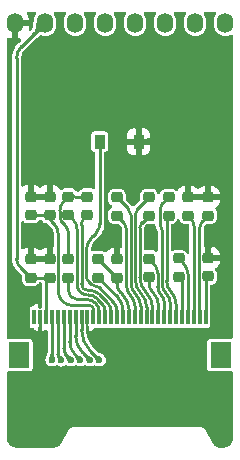
<source format=gbr>
%TF.GenerationSoftware,KiCad,Pcbnew,(6.0.6)*%
%TF.CreationDate,2022-07-16T21:02:27+02:00*%
%TF.ProjectId,epd,6570642e-6b69-4636-9164-5f7063625858,rev?*%
%TF.SameCoordinates,Original*%
%TF.FileFunction,Copper,L2,Bot*%
%TF.FilePolarity,Positive*%
%FSLAX46Y46*%
G04 Gerber Fmt 4.6, Leading zero omitted, Abs format (unit mm)*
G04 Created by KiCad (PCBNEW (6.0.6)) date 2022-07-16 21:02:27*
%MOMM*%
%LPD*%
G01*
G04 APERTURE LIST*
G04 Aperture macros list*
%AMRoundRect*
0 Rectangle with rounded corners*
0 $1 Rounding radius*
0 $2 $3 $4 $5 $6 $7 $8 $9 X,Y pos of 4 corners*
0 Add a 4 corners polygon primitive as box body*
4,1,4,$2,$3,$4,$5,$6,$7,$8,$9,$2,$3,0*
0 Add four circle primitives for the rounded corners*
1,1,$1+$1,$2,$3*
1,1,$1+$1,$4,$5*
1,1,$1+$1,$6,$7*
1,1,$1+$1,$8,$9*
0 Add four rect primitives between the rounded corners*
20,1,$1+$1,$2,$3,$4,$5,0*
20,1,$1+$1,$4,$5,$6,$7,0*
20,1,$1+$1,$6,$7,$8,$9,0*
20,1,$1+$1,$8,$9,$2,$3,0*%
G04 Aperture macros list end*
%TA.AperFunction,SMDPad,CuDef*%
%ADD10RoundRect,0.225000X-0.250000X0.225000X-0.250000X-0.225000X0.250000X-0.225000X0.250000X0.225000X0*%
%TD*%
%TA.AperFunction,SMDPad,CuDef*%
%ADD11R,0.900000X1.200000*%
%TD*%
%TA.AperFunction,SMDPad,CuDef*%
%ADD12RoundRect,0.225000X0.250000X-0.225000X0.250000X0.225000X-0.250000X0.225000X-0.250000X-0.225000X0*%
%TD*%
%TA.AperFunction,SMDPad,CuDef*%
%ADD13R,0.300000X1.300000*%
%TD*%
%TA.AperFunction,SMDPad,CuDef*%
%ADD14R,1.800000X2.200000*%
%TD*%
%TA.AperFunction,ComponentPad*%
%ADD15O,1.400000X1.700000*%
%TD*%
%TA.AperFunction,ViaPad*%
%ADD16C,0.600000*%
%TD*%
%TA.AperFunction,Conductor*%
%ADD17C,0.200000*%
%TD*%
%TA.AperFunction,Conductor*%
%ADD18C,0.250000*%
%TD*%
G04 APERTURE END LIST*
D10*
%TO.P,C14,1*%
%TO.N,/C1P*%
X162712320Y-90224772D03*
%TO.P,C14,2*%
%TO.N,/C1N*%
X162712320Y-91774772D03*
%TD*%
%TO.P,C10,1*%
%TO.N,/C5P*%
X157492320Y-85049772D03*
%TO.P,C10,2*%
%TO.N,/C5N*%
X157492320Y-86599772D03*
%TD*%
D11*
%TO.P,D1,1,K*%
%TO.N,GND*%
X159334200Y-80340200D03*
%TO.P,D1,2,A*%
%TO.N,/VGL*%
X156034200Y-80340200D03*
%TD*%
D10*
%TO.P,C8,1*%
%TO.N,Net-(C6-Pad1)*%
X154992320Y-84999772D03*
%TO.P,C8,2*%
%TO.N,/VGH*%
X154992320Y-86549772D03*
%TD*%
D12*
%TO.P,C13,1*%
%TO.N,/C2P*%
X161862320Y-86599772D03*
%TO.P,C13,2*%
%TO.N,/C2N*%
X161862320Y-85049772D03*
%TD*%
%TO.P,C1,1*%
%TO.N,+3.3V*%
X151792320Y-91849772D03*
%TO.P,C1,2*%
%TO.N,GND*%
X151792320Y-90299772D03*
%TD*%
D10*
%TO.P,C9,1*%
%TO.N,/C6P*%
X155892320Y-90299772D03*
%TO.P,C9,2*%
%TO.N,/C6N*%
X155892320Y-91849772D03*
%TD*%
D12*
%TO.P,C5,1*%
%TO.N,+3.3V*%
X150192320Y-91849772D03*
%TO.P,C5,2*%
%TO.N,GND*%
X150192320Y-90299772D03*
%TD*%
D10*
%TO.P,C12,1*%
%TO.N,/C3P*%
X160212320Y-90249772D03*
%TO.P,C12,2*%
%TO.N,/C3N*%
X160212320Y-91799772D03*
%TD*%
%TO.P,C7,1*%
%TO.N,Net-(C6-Pad1)*%
X153392320Y-84999772D03*
%TO.P,C7,2*%
%TO.N,/VDH*%
X153392320Y-86549772D03*
%TD*%
D12*
%TO.P,C11,1*%
%TO.N,/C4P*%
X160212320Y-86599772D03*
%TO.P,C11,2*%
%TO.N,/C4N*%
X160212320Y-85049772D03*
%TD*%
D10*
%TO.P,C2,1*%
%TO.N,GND*%
X150192320Y-85000088D03*
%TO.P,C2,2*%
%TO.N,/VDDD*%
X150192320Y-86550088D03*
%TD*%
%TO.P,C3,1*%
%TO.N,GND*%
X151792320Y-85000088D03*
%TO.P,C3,2*%
%TO.N,/VDDD*%
X151792320Y-86550088D03*
%TD*%
%TO.P,C6,1*%
%TO.N,Net-(C6-Pad1)*%
X153392320Y-90299772D03*
%TO.P,C6,2*%
%TO.N,/VDL*%
X153392320Y-91849772D03*
%TD*%
%TO.P,C4,1*%
%TO.N,GND*%
X157492320Y-90299772D03*
%TO.P,C4,2*%
%TO.N,/C6P*%
X157492320Y-91849772D03*
%TD*%
D13*
%TO.P,J1,1,Pin_1*%
%TO.N,/VCOM*%
X165000000Y-95200000D03*
%TO.P,J1,2,Pin_2*%
%TO.N,/VCOMH*%
X164500000Y-95200000D03*
%TO.P,J1,3,Pin_3*%
%TO.N,/VCOML*%
X164000000Y-95200000D03*
%TO.P,J1,4,Pin_4*%
%TO.N,/C1P*%
X163500000Y-95200000D03*
%TO.P,J1,5,Pin_5*%
%TO.N,/C1N*%
X163000000Y-95200000D03*
%TO.P,J1,6,Pin_6*%
%TO.N,/C2P*%
X162500000Y-95200000D03*
%TO.P,J1,7,Pin_7*%
%TO.N,/C2N*%
X162000000Y-95200000D03*
%TO.P,J1,8,Pin_8*%
%TO.N,/C3P*%
X161500000Y-95200000D03*
%TO.P,J1,9,Pin_9*%
%TO.N,/C3N*%
X161000000Y-95200000D03*
%TO.P,J1,10,Pin_10*%
%TO.N,/C4P*%
X160500000Y-95200000D03*
%TO.P,J1,11,Pin_11*%
%TO.N,/C4N*%
X160000000Y-95200000D03*
%TO.P,J1,12,Pin_12*%
%TO.N,/C5P*%
X159500000Y-95200000D03*
%TO.P,J1,13,Pin_13*%
%TO.N,/C5N*%
X159000000Y-95200000D03*
%TO.P,J1,14,Pin_14*%
%TO.N,/C6P*%
X158500000Y-95200000D03*
%TO.P,J1,15,Pin_15*%
%TO.N,/C6N*%
X158000000Y-95200000D03*
%TO.P,J1,16,Pin_16*%
%TO.N,/VGL*%
X157500000Y-95200000D03*
%TO.P,J1,17,Pin_17*%
%TO.N,/VGH*%
X157000000Y-95200000D03*
%TO.P,J1,18,Pin_18*%
%TO.N,/VDH*%
X156500000Y-95200000D03*
%TO.P,J1,19,Pin_19*%
%TO.N,/VDL*%
X156000000Y-95200000D03*
%TO.P,J1,20,Pin_20*%
%TO.N,/VDDD*%
X155500000Y-95200000D03*
%TO.P,J1,21,Pin_21*%
%TO.N,GND*%
X155000000Y-95200000D03*
%TO.P,J1,22,Pin_22*%
%TO.N,BUSY*%
X154500000Y-95200000D03*
%TO.P,J1,23,Pin_23*%
%TO.N,RST*%
X154000000Y-95200000D03*
%TO.P,J1,24,Pin_24*%
%TO.N,DC*%
X153500000Y-95200000D03*
%TO.P,J1,25,Pin_25*%
%TO.N,CS*%
X153000000Y-95200000D03*
%TO.P,J1,26,Pin_26*%
%TO.N,SCK*%
X152500000Y-95200000D03*
%TO.P,J1,27,Pin_27*%
%TO.N,DIN*%
X152000000Y-95200000D03*
%TO.P,J1,28,Pin_28*%
%TO.N,+3.3V*%
X151500000Y-95200000D03*
%TO.P,J1,29,Pin_29*%
%TO.N,GND*%
X151000000Y-95200000D03*
%TO.P,J1,30,Pin_30*%
%TO.N,unconnected-(J1-Pad30)*%
X150500000Y-95200000D03*
D14*
%TO.P,J1,MP*%
%TO.N,N/C*%
X149200000Y-98400000D03*
X166300000Y-98400000D03*
%TD*%
D10*
%TO.P,C16,1*%
%TO.N,GND*%
X165212320Y-85049772D03*
%TO.P,C16,2*%
%TO.N,/VCOMH*%
X165212320Y-86599772D03*
%TD*%
%TO.P,C17,1*%
%TO.N,GND*%
X165212320Y-90199772D03*
%TO.P,C17,2*%
%TO.N,/VCOM*%
X165212320Y-91749772D03*
%TD*%
%TO.P,C15,1*%
%TO.N,GND*%
X163512320Y-85049772D03*
%TO.P,C15,2*%
%TO.N,/VCOML*%
X163512320Y-86599772D03*
%TD*%
D15*
%TO.P,J2,1,Pin_1*%
%TO.N,GND*%
X148860000Y-70300000D03*
%TO.P,J2,2,Pin_2*%
%TO.N,+3.3V*%
X151400000Y-70300000D03*
%TO.P,J2,3,Pin_3*%
%TO.N,DIN*%
X153940000Y-70300000D03*
%TO.P,J2,4,Pin_4*%
%TO.N,SCK*%
X156480000Y-70300000D03*
%TO.P,J2,5,Pin_5*%
%TO.N,CS*%
X159020000Y-70300000D03*
%TO.P,J2,6,Pin_6*%
%TO.N,DC*%
X161560000Y-70300000D03*
%TO.P,J2,7,Pin_7*%
%TO.N,RST*%
X164100000Y-70300000D03*
%TO.P,J2,8,Pin_8*%
%TO.N,BUSY*%
X166640000Y-70300000D03*
%TD*%
D16*
%TO.N,GND*%
X162830000Y-77780000D03*
X162830000Y-75240000D03*
X165370000Y-77780000D03*
X150130000Y-72700000D03*
X165370000Y-72700000D03*
X162737800Y-89200000D03*
X160290000Y-80320000D03*
X162830000Y-101900000D03*
X157750000Y-75240000D03*
X152670000Y-101900000D03*
X150190200Y-89204800D03*
X160223200Y-89204800D03*
X162830000Y-80320000D03*
X152670000Y-80320000D03*
X155210000Y-75240000D03*
X165370000Y-96820000D03*
X165227000Y-83950000D03*
X165370000Y-75240000D03*
X152670000Y-77780000D03*
X160290000Y-83950000D03*
X160290000Y-101900000D03*
X157750000Y-77780000D03*
X152670000Y-72700000D03*
X155879800Y-89204800D03*
X155210000Y-77780000D03*
X157750000Y-83950000D03*
X162830000Y-72700000D03*
X163525200Y-83947000D03*
X155210000Y-72700000D03*
X150190200Y-83950000D03*
X157750000Y-101900000D03*
X155210000Y-83950000D03*
X165370000Y-80320000D03*
X150130000Y-75240000D03*
X157505400Y-89204800D03*
X150130000Y-80320000D03*
X155210000Y-101900000D03*
X150130000Y-96820000D03*
X162830000Y-96820000D03*
X165303200Y-89200000D03*
X160290000Y-75240000D03*
X151790400Y-89204800D03*
X157750000Y-96820000D03*
X152670000Y-75240000D03*
X150130000Y-101900000D03*
X160290000Y-96820000D03*
X151790400Y-83947000D03*
X165370000Y-101900000D03*
X157750000Y-72700000D03*
X150130000Y-77780000D03*
X160290000Y-72700000D03*
X160290000Y-77780000D03*
X157750000Y-80320000D03*
%TO.N,DIN*%
X152000000Y-98825000D03*
%TO.N,SCK*%
X152800000Y-98825000D03*
%TO.N,CS*%
X153600000Y-98825000D03*
%TO.N,DC*%
X154400000Y-98825000D03*
%TO.N,RST*%
X155200000Y-98825000D03*
%TO.N,BUSY*%
X156000000Y-98825000D03*
%TD*%
D17*
%TO.N,GND*%
X155000000Y-96046600D02*
X155016200Y-96062800D01*
X155000000Y-95200000D02*
X155000000Y-96046600D01*
D18*
X151000000Y-95200000D02*
X151000000Y-96161400D01*
%TO.N,+3.3V*%
X149000000Y-90283282D02*
X149000000Y-73279064D01*
X149409460Y-72290540D02*
X151400000Y-70300000D01*
X151585618Y-91849772D02*
X150192320Y-91849772D01*
X151500000Y-92348793D02*
X151500000Y-95200000D01*
X149264578Y-90922030D02*
X150192320Y-91849772D01*
X151585618Y-91849776D02*
G75*
G02*
X151646159Y-91995931I-18J-85624D01*
G01*
X149264574Y-90922034D02*
G75*
G02*
X149000000Y-90283282I638726J638734D01*
G01*
X148999980Y-73279064D02*
G75*
G02*
X149409461Y-72290541I1398020J-36D01*
G01*
X151499990Y-92348793D02*
G75*
G02*
X151646161Y-91995933I499010J-7D01*
G01*
%TO.N,DIN*%
X152000000Y-98825000D02*
X152000000Y-95200000D01*
%TO.N,SCK*%
X152500000Y-98312867D02*
X152500000Y-95200000D01*
X152650000Y-98675000D02*
X152800000Y-98825000D01*
X152649991Y-98675009D02*
G75*
G02*
X152500000Y-98312867I362109J362109D01*
G01*
%TO.N,CS*%
X153000000Y-97800735D02*
X153000000Y-95200000D01*
X153600000Y-98825000D02*
X153300000Y-98525000D01*
X153300011Y-98524989D02*
G75*
G02*
X153000000Y-97800735I724289J724289D01*
G01*
%TO.N,DC*%
X153950000Y-98375000D02*
X154400000Y-98825000D01*
X153500000Y-97288603D02*
X153500000Y-95200000D01*
X153950001Y-98374999D02*
G75*
G02*
X153500000Y-97288603I1086399J1086399D01*
G01*
%TO.N,RST*%
X155200000Y-98825000D02*
X154600000Y-98225000D01*
X154000000Y-96776471D02*
X154000000Y-95200000D01*
X154599992Y-98225008D02*
G75*
G02*
X154000000Y-96776471I1448508J1448508D01*
G01*
%TO.N,BUSY*%
X154500000Y-96264339D02*
X154500000Y-95200000D01*
X155250000Y-98075000D02*
X156000000Y-98825000D01*
X155250012Y-98074988D02*
G75*
G02*
X154500000Y-96264339I1810688J1810688D01*
G01*
%TO.N,/VDDD*%
X153725950Y-94208600D02*
X155208460Y-94208600D01*
X155500000Y-94500139D02*
X155500000Y-95200000D01*
X151604978Y-86550088D02*
X150192320Y-86550088D01*
X152519320Y-88165838D02*
X152519320Y-93001969D01*
X152155820Y-87288272D02*
X151924790Y-87057242D01*
X155208460Y-94208617D02*
G75*
G02*
X155414610Y-94293990I40J-291483D01*
G01*
X151604978Y-86550080D02*
G75*
G02*
X151792320Y-86737430I22J-187320D01*
G01*
X153725950Y-94208643D02*
G75*
G02*
X152872735Y-93855185I50J1206643D01*
G01*
X151924806Y-87057226D02*
G75*
G02*
X151792320Y-86737430I319794J319826D01*
G01*
X152519306Y-88165838D02*
G75*
G03*
X152155820Y-87288272I-1241006J38D01*
G01*
X155499983Y-94500139D02*
G75*
G03*
X155414610Y-94293990I-291483J39D01*
G01*
X152872708Y-93855212D02*
G75*
G02*
X152519320Y-93001969I853292J853212D01*
G01*
%TO.N,/VGL*%
X157157920Y-93890372D02*
X155951754Y-92684206D01*
X155035469Y-92142501D02*
X155312305Y-92419337D01*
X154873320Y-91751038D02*
X154873320Y-89751379D01*
X156042320Y-87292053D02*
X156042320Y-80574772D01*
X155457820Y-88340272D02*
X155714441Y-88083642D01*
X157500000Y-94716226D02*
X157500000Y-95200000D01*
X155632030Y-92551742D02*
G75*
G02*
X155951754Y-92684206I-30J-452158D01*
G01*
X157499991Y-94716226D02*
G75*
G03*
X157157920Y-93890372I-1167891J26D01*
G01*
X155632030Y-92551746D02*
G75*
G02*
X155312305Y-92419337I-30J452146D01*
G01*
X155035495Y-92142475D02*
G75*
G02*
X154873320Y-91751038I391405J391475D01*
G01*
X154873298Y-89751379D02*
G75*
G02*
X155457820Y-88340272I1995602J-21D01*
G01*
X155714470Y-88083671D02*
G75*
G03*
X156042320Y-87292053I-791670J791571D01*
G01*
%TO.N,/VDL*%
X154893026Y-93697772D02*
X154114426Y-93697772D01*
X156000000Y-94773111D02*
X156000000Y-95200000D01*
X153392320Y-92975665D02*
X153392320Y-91849772D01*
X155698143Y-94044365D02*
X155675775Y-94021997D01*
X154114426Y-93697763D02*
G75*
G02*
X153603820Y-93486272I-26J722063D01*
G01*
X155999992Y-94773111D02*
G75*
G03*
X155698143Y-94044365I-1030592J11D01*
G01*
X153603808Y-93486284D02*
G75*
G02*
X153392320Y-92975665I510592J510584D01*
G01*
X154893026Y-93697740D02*
G75*
G02*
X155675775Y-94021997I-26J-1106960D01*
G01*
%TO.N,/VDH*%
X156500000Y-94756532D02*
X156500000Y-95200000D01*
X154119320Y-92434783D02*
X154119320Y-87790838D01*
X153755820Y-86913272D02*
X153392320Y-86549772D01*
X155005308Y-93320772D02*
X155073014Y-93320772D01*
X156186420Y-93999484D02*
X155815084Y-93628147D01*
X156499985Y-94756532D02*
G75*
G03*
X156186420Y-93999484I-1070585J32D01*
G01*
X155073014Y-93320757D02*
G75*
G02*
X155815084Y-93628147I-14J-1049443D01*
G01*
X155005308Y-93320770D02*
G75*
G02*
X154378821Y-93061271I-8J885970D01*
G01*
X154378814Y-93061278D02*
G75*
G02*
X154119320Y-92434783I626486J626478D01*
G01*
X154119306Y-87790838D02*
G75*
G03*
X153755820Y-86913272I-1241006J38D01*
G01*
%TO.N,/VGH*%
X154496320Y-87396496D02*
X154496320Y-92406033D01*
X154744320Y-86797772D02*
X154992320Y-86549772D01*
X155237594Y-92943772D02*
X155034058Y-92943772D01*
X157000000Y-94739953D02*
X157000000Y-95200000D01*
X156674697Y-93954603D02*
X155965289Y-93245193D01*
X155237594Y-92943780D02*
G75*
G02*
X155965289Y-93245193I6J-1029120D01*
G01*
X155034058Y-92943791D02*
G75*
G02*
X154653820Y-92786272I42J537791D01*
G01*
X157000019Y-94739953D02*
G75*
G03*
X156674697Y-93954603I-1110719J-47D01*
G01*
X154496305Y-87396496D02*
G75*
G02*
X154744320Y-86797772I846695J-4D01*
G01*
X154653828Y-92786264D02*
G75*
G02*
X154496320Y-92406033I380272J380264D01*
G01*
%TO.N,/C6P*%
X158500000Y-94516226D02*
X158500000Y-95200000D01*
X157492320Y-91874772D02*
X157492320Y-92337272D01*
X157424642Y-91832094D02*
X155892320Y-90299772D01*
X158016498Y-93348950D02*
X157837034Y-93169486D01*
X157837030Y-93169490D02*
G75*
G02*
X157492320Y-92337272I832170J832190D01*
G01*
X158499974Y-94516226D02*
G75*
G03*
X158016497Y-93348951I-1650774J26D01*
G01*
X157467320Y-91849752D02*
G75*
G02*
X157424643Y-91832093I-20J60352D01*
G01*
X157467320Y-91849780D02*
G75*
G02*
X157492320Y-91874772I-20J-25020D01*
G01*
%TO.N,/C6N*%
X158000000Y-94578726D02*
X158000000Y-95200000D01*
X157560692Y-93518144D02*
X155892320Y-91849772D01*
X157999978Y-94578726D02*
G75*
G03*
X157560692Y-93518144I-1499878J26D01*
G01*
%TO.N,/C5P*%
X158441591Y-85999043D02*
X157492320Y-85049772D01*
X158679000Y-92297759D02*
X158679000Y-86572199D01*
X159500000Y-94279828D02*
X159500000Y-95200000D01*
X158678990Y-86572199D02*
G75*
G03*
X158441591Y-85999043I-810590J-1D01*
G01*
X159499989Y-94279828D02*
G75*
G03*
X159089499Y-93288795I-1401489J28D01*
G01*
X159089487Y-93288807D02*
G75*
G02*
X158679000Y-92297759I991013J991007D01*
G01*
%TO.N,/C5N*%
X158302000Y-87711950D02*
X158302000Y-92540891D01*
X159000000Y-94226012D02*
X159000000Y-95200000D01*
X158088102Y-87195554D02*
X157492320Y-86599772D01*
X158301963Y-87711950D02*
G75*
G03*
X158088102Y-87195554I-730263J50D01*
G01*
X158650988Y-93383464D02*
G75*
G02*
X158302000Y-92540891I842612J842564D01*
G01*
X158999979Y-94226012D02*
G75*
G03*
X158651000Y-93383452I-1191579J12D01*
G01*
%TO.N,/C4P*%
X159433000Y-87636968D02*
X159433000Y-91811495D01*
X160500000Y-94387460D02*
X160500000Y-95200000D01*
X159615346Y-87196746D02*
X160212320Y-86599772D01*
X160500022Y-94387460D02*
G75*
G03*
X159966500Y-93099478I-1821522J-40D01*
G01*
X159432987Y-87636968D02*
G75*
G02*
X159615346Y-87196746I622613J-32D01*
G01*
X159966494Y-93099484D02*
G75*
G02*
X159433000Y-91811495I1288006J1287984D01*
G01*
%TO.N,/C4N*%
X160000000Y-94333644D02*
X160000000Y-95200000D01*
X159056000Y-92054627D02*
X159056000Y-86511479D01*
X159271941Y-85990151D02*
X160212320Y-85049772D01*
X159055995Y-86511479D02*
G75*
G02*
X159271942Y-85990152I737305J-21D01*
G01*
X159528015Y-93194121D02*
G75*
G02*
X159056000Y-92054627I1139485J1139521D01*
G01*
X159999970Y-94333644D02*
G75*
G03*
X159527999Y-93194137I-1611470J44D01*
G01*
%TO.N,/C3P*%
X161500000Y-93961001D02*
X161500000Y-95200000D01*
X160942320Y-92614642D02*
X160942320Y-91495959D01*
X160577320Y-90614772D02*
X160212320Y-90249772D01*
X160942338Y-91495959D02*
G75*
G03*
X160577319Y-90614773I-1246238J-41D01*
G01*
X161221189Y-93287793D02*
G75*
G02*
X160942320Y-92614642I673111J673193D01*
G01*
X161500004Y-93961001D02*
G75*
G03*
X161221159Y-93287823I-952004J1D01*
G01*
%TO.N,/C3N*%
X160570246Y-93170066D02*
X160606160Y-93205980D01*
X161000000Y-94156793D02*
X161000000Y-95200000D01*
X160212320Y-92305956D02*
X160212320Y-91799772D01*
X160999990Y-94156793D02*
G75*
G03*
X160606159Y-93205981I-1344690J-7D01*
G01*
X160570236Y-93170076D02*
G75*
G02*
X160212320Y-92305956I864064J864076D01*
G01*
%TO.N,/C2P*%
X161779320Y-86682772D02*
X161862320Y-86599772D01*
X161696320Y-86883151D02*
X161696320Y-92127326D01*
X162500000Y-94067581D02*
X162500000Y-95200000D01*
X162098171Y-93097443D02*
G75*
G02*
X161696320Y-92127326I970129J970143D01*
G01*
X161696357Y-86883151D02*
G75*
G02*
X161779320Y-86682772I283343J51D01*
G01*
X162500003Y-94067581D02*
G75*
G03*
X162098160Y-93097454I-1372003J-19D01*
G01*
%TO.N,/C2N*%
X161135320Y-86070994D02*
X161135320Y-87392244D01*
X161319320Y-92370458D02*
X161319320Y-87836459D01*
X162000000Y-94013765D02*
X162000000Y-95200000D01*
X161343366Y-85568726D02*
X161862320Y-85049772D01*
X162000022Y-94013765D02*
G75*
G03*
X161659660Y-93192112I-1162022J-35D01*
G01*
X161135306Y-86070994D02*
G75*
G02*
X161343366Y-85568726I710294J-6D01*
G01*
X161319344Y-87836459D02*
G75*
G03*
X161227319Y-87614353I-314144J-41D01*
G01*
X161227348Y-87614324D02*
G75*
G02*
X161135320Y-87392244I222052J222124D01*
G01*
X161659642Y-93192130D02*
G75*
G02*
X161319320Y-92370458I821658J821630D01*
G01*
%TO.N,/C1P*%
X163106160Y-90618612D02*
X162712320Y-90224772D01*
X163500000Y-91569425D02*
X163500000Y-95200000D01*
X163499968Y-91569425D02*
G75*
G03*
X163106160Y-90618612I-1344668J25D01*
G01*
%TO.N,/C1N*%
X163000000Y-92062452D02*
X162712320Y-91774772D01*
X163000000Y-95200000D02*
X163000000Y-92062452D01*
%TO.N,/VCOML*%
X163724750Y-86812202D02*
X163512320Y-86599772D01*
X164000000Y-87476714D02*
X164000000Y-95200000D01*
X163999978Y-87476714D02*
G75*
G03*
X163724749Y-86812203I-939778J14D01*
G01*
%TO.N,/VCOMH*%
X164722975Y-87089117D02*
X165212320Y-86599772D01*
X164492660Y-95192660D02*
X164500000Y-95200000D01*
X164485320Y-87662867D02*
X164485320Y-95174939D01*
X164492676Y-95192644D02*
G75*
G02*
X164485320Y-95174939I17724J17744D01*
G01*
X164485290Y-87662867D02*
G75*
G02*
X164722975Y-87089117I811410J-33D01*
G01*
%TO.N,/VCOM*%
X165000000Y-92112224D02*
X165000000Y-95200000D01*
X165106160Y-91855932D02*
X165212320Y-91749772D01*
X165000003Y-92112224D02*
G75*
G02*
X165106161Y-91855933I362397J24D01*
G01*
%TO.N,Net-(C6-Pad1)*%
X153085864Y-87392898D02*
X152794403Y-87101428D01*
X153028820Y-85363272D02*
X152990357Y-85401737D01*
X152665320Y-86789787D02*
X152665320Y-86186478D01*
X153392320Y-88132763D02*
X153392320Y-90299772D01*
X153906386Y-84999772D02*
X154992320Y-84999772D01*
X153392352Y-88132763D02*
G75*
G03*
X153085864Y-87392898I-1046352J-37D01*
G01*
X153028835Y-85363287D02*
G75*
G02*
X153906386Y-84999772I877565J-877513D01*
G01*
X152665292Y-86186478D02*
G75*
G02*
X152990357Y-85401737I1109808J-22D01*
G01*
X152794387Y-87101444D02*
G75*
G02*
X152665320Y-86789787I311713J311644D01*
G01*
%TD*%
%TA.AperFunction,Conductor*%
%TO.N,DIN*%
G36*
X152121870Y-98238427D02*
G01*
X152125293Y-98246399D01*
X152126711Y-98301522D01*
X152131731Y-98357986D01*
X152139883Y-98406446D01*
X152150994Y-98448958D01*
X152164888Y-98487578D01*
X152181391Y-98524360D01*
X152181457Y-98524490D01*
X152181458Y-98524491D01*
X152200309Y-98561324D01*
X152200328Y-98561362D01*
X152221500Y-98600592D01*
X152221525Y-98600638D01*
X152244753Y-98644142D01*
X152244880Y-98644388D01*
X152266270Y-98686833D01*
X152266933Y-98695763D01*
X152264255Y-98700208D01*
X152008433Y-98966231D01*
X152000229Y-98969819D01*
X151991567Y-98966231D01*
X151735745Y-98700208D01*
X151732480Y-98691869D01*
X151733730Y-98686833D01*
X151755119Y-98644388D01*
X151755246Y-98644142D01*
X151778449Y-98600684D01*
X151778474Y-98600638D01*
X151799671Y-98561362D01*
X151799690Y-98561324D01*
X151818541Y-98524491D01*
X151818542Y-98524490D01*
X151818608Y-98524360D01*
X151835111Y-98487578D01*
X151849005Y-98448958D01*
X151860116Y-98406446D01*
X151868268Y-98357986D01*
X151873288Y-98301522D01*
X151874707Y-98246399D01*
X151878345Y-98238217D01*
X151886403Y-98235000D01*
X152113597Y-98235000D01*
X152121870Y-98238427D01*
G37*
%TD.AperFunction*%
%TD*%
%TA.AperFunction,Conductor*%
%TO.N,DC*%
G36*
X154079465Y-98327273D02*
G01*
X154119445Y-98365247D01*
X154162920Y-98401623D01*
X154202951Y-98430125D01*
X154203185Y-98430262D01*
X154203188Y-98430264D01*
X154240634Y-98452193D01*
X154240642Y-98452197D01*
X154240867Y-98452329D01*
X154278000Y-98469813D01*
X154278202Y-98469890D01*
X154278214Y-98469895D01*
X154305822Y-98480402D01*
X154315678Y-98484153D01*
X154355233Y-98496926D01*
X154355282Y-98496941D01*
X154355302Y-98496947D01*
X154397942Y-98509694D01*
X154397993Y-98509709D01*
X154445183Y-98524048D01*
X154445446Y-98524132D01*
X154490581Y-98539019D01*
X154497364Y-98544865D01*
X154498614Y-98549901D01*
X154505828Y-98918901D01*
X154502563Y-98927240D01*
X154493901Y-98930828D01*
X154124901Y-98923614D01*
X154116697Y-98920026D01*
X154114019Y-98915581D01*
X154099132Y-98870446D01*
X154099048Y-98870183D01*
X154084709Y-98822993D01*
X154084694Y-98822942D01*
X154071947Y-98780302D01*
X154071939Y-98780276D01*
X154071926Y-98780233D01*
X154059153Y-98740678D01*
X154055402Y-98730822D01*
X154044895Y-98703214D01*
X154044890Y-98703202D01*
X154044813Y-98703000D01*
X154027329Y-98665867D01*
X154005125Y-98627951D01*
X153976623Y-98587920D01*
X153944812Y-98549901D01*
X153940371Y-98544593D01*
X153940368Y-98544590D01*
X153940247Y-98544445D01*
X153920874Y-98524048D01*
X153902273Y-98504465D01*
X153899060Y-98496106D01*
X153902483Y-98488134D01*
X154063134Y-98327483D01*
X154071407Y-98324056D01*
X154079465Y-98327273D01*
G37*
%TD.AperFunction*%
%TD*%
%TA.AperFunction,Conductor*%
%TO.N,RST*%
G36*
X154879465Y-98327273D02*
G01*
X154919445Y-98365247D01*
X154962920Y-98401623D01*
X155002951Y-98430125D01*
X155003185Y-98430262D01*
X155003188Y-98430264D01*
X155040634Y-98452193D01*
X155040642Y-98452197D01*
X155040867Y-98452329D01*
X155078000Y-98469813D01*
X155078202Y-98469890D01*
X155078214Y-98469895D01*
X155105822Y-98480402D01*
X155115678Y-98484153D01*
X155155233Y-98496926D01*
X155155282Y-98496941D01*
X155155302Y-98496947D01*
X155197942Y-98509694D01*
X155197993Y-98509709D01*
X155245183Y-98524048D01*
X155245446Y-98524132D01*
X155290581Y-98539019D01*
X155297364Y-98544865D01*
X155298614Y-98549901D01*
X155305828Y-98918901D01*
X155302563Y-98927240D01*
X155293901Y-98930828D01*
X154924901Y-98923614D01*
X154916697Y-98920026D01*
X154914019Y-98915581D01*
X154899132Y-98870446D01*
X154899048Y-98870183D01*
X154884709Y-98822993D01*
X154884694Y-98822942D01*
X154871947Y-98780302D01*
X154871939Y-98780276D01*
X154871926Y-98780233D01*
X154859153Y-98740678D01*
X154855402Y-98730822D01*
X154844895Y-98703214D01*
X154844890Y-98703202D01*
X154844813Y-98703000D01*
X154827329Y-98665867D01*
X154805125Y-98627951D01*
X154776623Y-98587920D01*
X154744812Y-98549901D01*
X154740371Y-98544593D01*
X154740368Y-98544590D01*
X154740247Y-98544445D01*
X154720874Y-98524048D01*
X154702273Y-98504465D01*
X154699060Y-98496106D01*
X154702483Y-98488134D01*
X154863134Y-98327483D01*
X154871407Y-98324056D01*
X154879465Y-98327273D01*
G37*
%TD.AperFunction*%
%TD*%
%TA.AperFunction,Conductor*%
%TO.N,BUSY*%
G36*
X155679465Y-98327273D02*
G01*
X155719445Y-98365247D01*
X155762920Y-98401623D01*
X155802951Y-98430125D01*
X155803185Y-98430262D01*
X155803188Y-98430264D01*
X155840634Y-98452193D01*
X155840642Y-98452197D01*
X155840867Y-98452329D01*
X155878000Y-98469813D01*
X155878202Y-98469890D01*
X155878214Y-98469895D01*
X155905822Y-98480402D01*
X155915678Y-98484153D01*
X155955233Y-98496926D01*
X155955282Y-98496941D01*
X155955302Y-98496947D01*
X155997942Y-98509694D01*
X155997993Y-98509709D01*
X156045183Y-98524048D01*
X156045446Y-98524132D01*
X156090581Y-98539019D01*
X156097364Y-98544865D01*
X156098614Y-98549901D01*
X156105828Y-98918901D01*
X156102563Y-98927240D01*
X156093901Y-98930828D01*
X155724901Y-98923614D01*
X155716697Y-98920026D01*
X155714019Y-98915581D01*
X155699132Y-98870446D01*
X155699048Y-98870183D01*
X155684709Y-98822993D01*
X155684694Y-98822942D01*
X155671947Y-98780302D01*
X155671939Y-98780276D01*
X155671926Y-98780233D01*
X155659153Y-98740678D01*
X155655402Y-98730822D01*
X155644895Y-98703214D01*
X155644890Y-98703202D01*
X155644813Y-98703000D01*
X155627329Y-98665867D01*
X155605125Y-98627951D01*
X155576623Y-98587920D01*
X155544812Y-98549901D01*
X155540371Y-98544593D01*
X155540368Y-98544590D01*
X155540247Y-98544445D01*
X155520874Y-98524048D01*
X155502273Y-98504465D01*
X155499060Y-98496106D01*
X155502483Y-98488134D01*
X155663134Y-98327483D01*
X155671407Y-98324056D01*
X155679465Y-98327273D01*
G37*
%TD.AperFunction*%
%TD*%
%TA.AperFunction,Conductor*%
%TO.N,+3.3V*%
G36*
X151643661Y-70056016D02*
G01*
X151647249Y-70064678D01*
X151629889Y-70952690D01*
X151626301Y-70960894D01*
X151621534Y-70963673D01*
X151489512Y-71003055D01*
X151488561Y-71003295D01*
X151363164Y-71029406D01*
X151362448Y-71029531D01*
X151248066Y-71045870D01*
X151247828Y-71045901D01*
X151141409Y-71058214D01*
X151040128Y-71072262D01*
X151039894Y-71072313D01*
X151039888Y-71072314D01*
X150941392Y-71093752D01*
X150941385Y-71093754D01*
X150941045Y-71093828D01*
X150841102Y-71128713D01*
X150737239Y-71182714D01*
X150736909Y-71182949D01*
X150736904Y-71182952D01*
X150626674Y-71261433D01*
X150626670Y-71261436D01*
X150626395Y-71261632D01*
X150513763Y-71363782D01*
X150505335Y-71366800D01*
X150497632Y-71363387D01*
X150336613Y-71202368D01*
X150333186Y-71194095D01*
X150336218Y-71186236D01*
X150438367Y-71073604D01*
X150438566Y-71073325D01*
X150517047Y-70963095D01*
X150517050Y-70963090D01*
X150517285Y-70962760D01*
X150571286Y-70858897D01*
X150606171Y-70758954D01*
X150627737Y-70659871D01*
X150641785Y-70558590D01*
X150654098Y-70452171D01*
X150654129Y-70451933D01*
X150670468Y-70337551D01*
X150670594Y-70336830D01*
X150696702Y-70211446D01*
X150696944Y-70210486D01*
X150736327Y-70078464D01*
X150741976Y-70071516D01*
X150747310Y-70070111D01*
X150865152Y-70067807D01*
X151635322Y-70052751D01*
X151643661Y-70056016D01*
G37*
%TD.AperFunction*%
%TD*%
%TA.AperFunction,Conductor*%
%TO.N,CS*%
G36*
X153237588Y-98235622D02*
G01*
X153271218Y-98292770D01*
X153271359Y-98293009D01*
X153271521Y-98293232D01*
X153271523Y-98293235D01*
X153309579Y-98345600D01*
X153310386Y-98346711D01*
X153310624Y-98346968D01*
X153310627Y-98346971D01*
X153349461Y-98388803D01*
X153349467Y-98388808D01*
X153349730Y-98389092D01*
X153350033Y-98389340D01*
X153350036Y-98389343D01*
X153389853Y-98421958D01*
X153389857Y-98421961D01*
X153390160Y-98422209D01*
X153432441Y-98448121D01*
X153432753Y-98448265D01*
X153432758Y-98448268D01*
X153477123Y-98468785D01*
X153477130Y-98468788D01*
X153477340Y-98468885D01*
X153525624Y-98486558D01*
X153538392Y-98490610D01*
X153578043Y-98503194D01*
X153578059Y-98503199D01*
X153635345Y-98520844D01*
X153635559Y-98520913D01*
X153690574Y-98539022D01*
X153697361Y-98544863D01*
X153698614Y-98549906D01*
X153705828Y-98918901D01*
X153702563Y-98927240D01*
X153693901Y-98930828D01*
X153324608Y-98923608D01*
X153316404Y-98920020D01*
X153313856Y-98915948D01*
X153290674Y-98852896D01*
X153290665Y-98852874D01*
X153290623Y-98852759D01*
X153265572Y-98792508D01*
X153240731Y-98739846D01*
X153215374Y-98691921D01*
X153188771Y-98645882D01*
X153186911Y-98642823D01*
X153186259Y-98641589D01*
X153164198Y-98593067D01*
X153164196Y-98593065D01*
X153163852Y-98592307D01*
X153150115Y-98576365D01*
X153148560Y-98574047D01*
X153147708Y-98572375D01*
X153140564Y-98565231D01*
X153139985Y-98564608D01*
X153137527Y-98561756D01*
X153136430Y-98560254D01*
X153128972Y-98548136D01*
X153128919Y-98548050D01*
X153094247Y-98490610D01*
X153094143Y-98490433D01*
X153055422Y-98423660D01*
X153055296Y-98423438D01*
X153017308Y-98354500D01*
X153016316Y-98345600D01*
X153022023Y-98338544D01*
X153221972Y-98231247D01*
X153230882Y-98230354D01*
X153237588Y-98235622D01*
G37*
%TD.AperFunction*%
%TD*%
%TA.AperFunction,Conductor*%
%TO.N,SCK*%
G36*
X152622566Y-98318002D02*
G01*
X152625979Y-98325245D01*
X152629697Y-98365878D01*
X152642632Y-98406339D01*
X152662823Y-98437720D01*
X152689282Y-98461793D01*
X152721024Y-98480331D01*
X152757064Y-98495107D01*
X152796415Y-98507894D01*
X152796462Y-98507908D01*
X152796474Y-98507912D01*
X152837957Y-98520423D01*
X152838229Y-98520509D01*
X152880750Y-98534473D01*
X152881468Y-98534735D01*
X152916551Y-98548855D01*
X152922947Y-98555123D01*
X152923851Y-98560574D01*
X152896763Y-98926133D01*
X152892734Y-98934130D01*
X152884230Y-98936936D01*
X152881852Y-98936509D01*
X152507930Y-98828578D01*
X152500932Y-98822991D01*
X152499497Y-98818055D01*
X152496328Y-98766515D01*
X152496327Y-98766509D01*
X152496306Y-98766163D01*
X152486752Y-98714782D01*
X152472804Y-98669620D01*
X152455925Y-98628155D01*
X152437599Y-98587910D01*
X152437541Y-98587780D01*
X152425550Y-98560574D01*
X152419361Y-98546531D01*
X152419102Y-98545893D01*
X152414961Y-98534735D01*
X152402513Y-98501200D01*
X152402185Y-98500174D01*
X152396887Y-98480492D01*
X152388509Y-98449371D01*
X152388251Y-98448156D01*
X152386606Y-98437720D01*
X152378850Y-98388531D01*
X152378723Y-98387319D01*
X152375641Y-98327892D01*
X152378634Y-98319452D01*
X152387274Y-98315586D01*
X152614278Y-98314611D01*
X152622566Y-98318002D01*
G37*
%TD.AperFunction*%
%TD*%
%TA.AperFunction,Conductor*%
%TO.N,GND*%
G36*
X150617850Y-69374502D02*
G01*
X150664343Y-69428158D01*
X150674447Y-69498432D01*
X150652942Y-69552771D01*
X150562499Y-69681937D01*
X150485488Y-69859900D01*
X150484182Y-69866150D01*
X150484182Y-69866151D01*
X150468585Y-69940812D01*
X150445834Y-70049713D01*
X150445500Y-70056086D01*
X150445500Y-70131934D01*
X150442621Y-70158540D01*
X150442651Y-70158546D01*
X150416543Y-70283930D01*
X150414968Y-70292158D01*
X150414842Y-70292879D01*
X150413576Y-70300855D01*
X150397237Y-70415237D01*
X150396803Y-70418416D01*
X150396772Y-70418654D01*
X150396318Y-70422345D01*
X150396302Y-70422480D01*
X150396294Y-70422550D01*
X150384504Y-70524445D01*
X150384144Y-70527272D01*
X150372725Y-70609602D01*
X150371038Y-70619087D01*
X150364526Y-70649010D01*
X150357596Y-70680850D01*
X150353439Y-70695578D01*
X150335421Y-70747197D01*
X150328256Y-70763789D01*
X150299447Y-70819201D01*
X150290297Y-70834154D01*
X150248432Y-70892956D01*
X150192630Y-70936846D01*
X150121956Y-70943601D01*
X150058849Y-70911074D01*
X150023345Y-70849592D01*
X150022409Y-70794325D01*
X150063908Y-70593930D01*
X150065111Y-70584792D01*
X150065843Y-70572087D01*
X150062265Y-70556668D01*
X150051503Y-70554000D01*
X149132115Y-70554000D01*
X149116876Y-70558475D01*
X149115671Y-70559865D01*
X149114000Y-70567548D01*
X149114000Y-71617702D01*
X149117973Y-71631233D01*
X149125421Y-71632304D01*
X149226398Y-71601239D01*
X149297389Y-71600327D01*
X149357603Y-71637940D01*
X149387924Y-71702136D01*
X149378724Y-71772534D01*
X149352542Y-71810764D01*
X149169250Y-71994056D01*
X149154220Y-72006894D01*
X149137770Y-72018845D01*
X149131940Y-72026869D01*
X149130281Y-72028528D01*
X149128078Y-72031285D01*
X148984787Y-72194675D01*
X148982494Y-72198107D01*
X148857625Y-72384978D01*
X148857621Y-72384985D01*
X148855333Y-72388409D01*
X148752274Y-72597383D01*
X148677373Y-72818021D01*
X148631911Y-73046548D01*
X148631642Y-73050656D01*
X148631641Y-73050661D01*
X148621152Y-73210632D01*
X148620952Y-73213260D01*
X148620500Y-73218480D01*
X148620500Y-73220543D01*
X148620488Y-73220764D01*
X148617677Y-73263632D01*
X148617320Y-73266826D01*
X148617320Y-73269073D01*
X148617299Y-73269393D01*
X148615769Y-73279054D01*
X148617320Y-73288848D01*
X148618949Y-73299135D01*
X148620500Y-73318843D01*
X148620500Y-90243492D01*
X148618948Y-90263205D01*
X148615769Y-90283274D01*
X148617287Y-90292862D01*
X148617319Y-90293270D01*
X148617319Y-90294787D01*
X148617675Y-90297787D01*
X148632372Y-90484576D01*
X148644182Y-90533770D01*
X148678040Y-90674804D01*
X148679508Y-90680921D01*
X148681404Y-90685498D01*
X148725649Y-90792316D01*
X148756780Y-90867475D01*
X148862284Y-91039644D01*
X148865501Y-91043411D01*
X148865505Y-91043416D01*
X148946118Y-91137799D01*
X148949090Y-91141790D01*
X148949797Y-91143262D01*
X148953392Y-91147538D01*
X148957045Y-91151191D01*
X148963747Y-91158440D01*
X148984002Y-91182155D01*
X148985831Y-91184475D01*
X148986876Y-91185520D01*
X148987216Y-91185918D01*
X148992887Y-91193724D01*
X149000906Y-91199550D01*
X149009335Y-91205674D01*
X149024370Y-91218516D01*
X149425915Y-91620061D01*
X149459941Y-91682373D01*
X149462820Y-91709156D01*
X149462821Y-92120160D01*
X149469190Y-92178796D01*
X149517403Y-92307407D01*
X149522783Y-92314586D01*
X149522785Y-92314589D01*
X149586565Y-92399689D01*
X149599776Y-92417316D01*
X149606953Y-92422695D01*
X149702503Y-92494307D01*
X149702506Y-92494309D01*
X149709685Y-92499689D01*
X149718089Y-92502839D01*
X149718090Y-92502840D01*
X149830901Y-92545130D01*
X149830902Y-92545130D01*
X149838296Y-92547902D01*
X149846146Y-92548755D01*
X149846147Y-92548755D01*
X149884578Y-92552930D01*
X149896931Y-92554272D01*
X150192276Y-92554272D01*
X150487708Y-92554271D01*
X150491102Y-92553902D01*
X150491108Y-92553902D01*
X150538486Y-92548756D01*
X150538490Y-92548755D01*
X150546344Y-92547902D01*
X150674955Y-92499689D01*
X150682134Y-92494309D01*
X150682137Y-92494307D01*
X150777687Y-92422695D01*
X150784864Y-92417316D01*
X150867237Y-92307407D01*
X150870390Y-92298996D01*
X150872706Y-92294766D01*
X150922963Y-92244619D01*
X150983228Y-92229272D01*
X150991320Y-92229272D01*
X151059441Y-92249274D01*
X151105934Y-92302930D01*
X151115828Y-92348414D01*
X151115769Y-92348788D01*
X151117320Y-92358581D01*
X151117320Y-92358582D01*
X151118949Y-92368868D01*
X151120500Y-92388577D01*
X151120500Y-94380698D01*
X151100498Y-94448819D01*
X151046842Y-94495312D01*
X150976568Y-94505416D01*
X150911988Y-94475922D01*
X150891491Y-94449525D01*
X150889735Y-94450699D01*
X150871236Y-94423014D01*
X150850000Y-94353011D01*
X150850000Y-94060116D01*
X150845525Y-94044877D01*
X150844135Y-94043672D01*
X150836452Y-94042001D01*
X150805331Y-94042001D01*
X150798510Y-94042371D01*
X150747648Y-94047895D01*
X150732396Y-94051521D01*
X150611946Y-94096676D01*
X150596351Y-94105214D01*
X150494276Y-94181715D01*
X150481718Y-94194273D01*
X150443651Y-94245066D01*
X150386791Y-94287581D01*
X150342824Y-94295501D01*
X150324934Y-94295501D01*
X150289182Y-94302612D01*
X150262874Y-94307844D01*
X150262872Y-94307845D01*
X150250699Y-94310266D01*
X150240379Y-94317161D01*
X150240378Y-94317162D01*
X150186727Y-94353011D01*
X150166516Y-94366516D01*
X150110266Y-94450699D01*
X150095500Y-94524933D01*
X150095501Y-95875066D01*
X150110266Y-95949301D01*
X150166516Y-96033484D01*
X150250699Y-96089734D01*
X150324933Y-96104500D01*
X150342825Y-96104500D01*
X150410946Y-96124502D01*
X150443652Y-96154935D01*
X150481719Y-96205728D01*
X150494276Y-96218285D01*
X150596351Y-96294786D01*
X150611946Y-96303324D01*
X150732394Y-96348478D01*
X150747649Y-96352105D01*
X150798514Y-96357631D01*
X150805328Y-96358000D01*
X150831885Y-96358000D01*
X150847124Y-96353525D01*
X150848329Y-96352135D01*
X150850000Y-96344452D01*
X150850000Y-96046989D01*
X150871236Y-95976986D01*
X150882839Y-95959621D01*
X150882840Y-95959618D01*
X150886283Y-95954466D01*
X150886290Y-95954457D01*
X150889735Y-95949301D01*
X150890196Y-95949609D01*
X150928138Y-95902525D01*
X150995501Y-95880103D01*
X151064293Y-95897661D01*
X151109694Y-95946423D01*
X151110266Y-95949301D01*
X151117160Y-95959618D01*
X151117161Y-95959621D01*
X151128764Y-95976986D01*
X151150000Y-96046989D01*
X151150000Y-96339884D01*
X151154475Y-96355123D01*
X151155865Y-96356328D01*
X151163548Y-96357999D01*
X151194669Y-96357999D01*
X151201490Y-96357629D01*
X151252352Y-96352105D01*
X151267604Y-96348479D01*
X151388054Y-96303324D01*
X151403652Y-96294784D01*
X151418937Y-96283329D01*
X151485443Y-96258482D01*
X151554826Y-96273536D01*
X151605055Y-96323711D01*
X151620500Y-96384156D01*
X151620500Y-98202612D01*
X151617406Y-98230361D01*
X151615293Y-98239721D01*
X151614464Y-98271929D01*
X151614186Y-98282717D01*
X151613733Y-98290630D01*
X151611121Y-98320016D01*
X151609869Y-98329767D01*
X151607057Y-98346479D01*
X151604711Y-98357426D01*
X151602317Y-98366588D01*
X151598969Y-98377393D01*
X151595916Y-98385878D01*
X151592322Y-98394785D01*
X151585888Y-98409125D01*
X151583116Y-98414902D01*
X151570578Y-98439400D01*
X151569324Y-98441785D01*
X151550178Y-98477264D01*
X151550106Y-98477398D01*
X151549560Y-98478414D01*
X151526332Y-98521918D01*
X151524661Y-98525100D01*
X151524534Y-98525346D01*
X151523380Y-98527609D01*
X151501991Y-98570054D01*
X151481872Y-98624319D01*
X151481130Y-98627310D01*
X151477320Y-98637881D01*
X151459772Y-98680246D01*
X151440715Y-98825000D01*
X151459772Y-98969754D01*
X151515645Y-99104642D01*
X151604526Y-99220474D01*
X151611076Y-99225500D01*
X151611079Y-99225503D01*
X151661931Y-99264523D01*
X151720357Y-99309355D01*
X151855246Y-99365228D01*
X152000000Y-99384285D01*
X152008188Y-99383207D01*
X152136566Y-99366306D01*
X152144754Y-99365228D01*
X152279643Y-99309355D01*
X152323298Y-99275857D01*
X152389517Y-99250258D01*
X152459065Y-99264523D01*
X152476699Y-99275855D01*
X152520357Y-99309355D01*
X152655246Y-99365228D01*
X152800000Y-99384285D01*
X152808188Y-99383207D01*
X152936566Y-99366306D01*
X152944754Y-99365228D01*
X153079643Y-99309355D01*
X153123298Y-99275857D01*
X153189517Y-99250258D01*
X153259065Y-99264523D01*
X153276699Y-99275855D01*
X153320357Y-99309355D01*
X153455246Y-99365228D01*
X153600000Y-99384285D01*
X153608188Y-99383207D01*
X153736566Y-99366306D01*
X153744754Y-99365228D01*
X153879643Y-99309355D01*
X153923298Y-99275857D01*
X153989517Y-99250258D01*
X154059065Y-99264523D01*
X154076699Y-99275855D01*
X154120357Y-99309355D01*
X154255246Y-99365228D01*
X154400000Y-99384285D01*
X154408188Y-99383207D01*
X154536566Y-99366306D01*
X154544754Y-99365228D01*
X154679643Y-99309355D01*
X154723298Y-99275857D01*
X154789517Y-99250258D01*
X154859065Y-99264523D01*
X154876699Y-99275855D01*
X154920357Y-99309355D01*
X155055246Y-99365228D01*
X155200000Y-99384285D01*
X155208188Y-99383207D01*
X155336566Y-99366306D01*
X155344754Y-99365228D01*
X155479643Y-99309355D01*
X155523298Y-99275857D01*
X155589517Y-99250258D01*
X155659065Y-99264523D01*
X155676699Y-99275855D01*
X155720357Y-99309355D01*
X155855246Y-99365228D01*
X156000000Y-99384285D01*
X156008188Y-99383207D01*
X156136566Y-99366306D01*
X156144754Y-99365228D01*
X156279643Y-99309355D01*
X156338069Y-99264523D01*
X156388921Y-99225503D01*
X156388924Y-99225500D01*
X156395474Y-99220474D01*
X156484355Y-99104642D01*
X156540228Y-98969754D01*
X156559285Y-98825000D01*
X156540228Y-98680246D01*
X156517062Y-98624319D01*
X156487515Y-98552986D01*
X156487514Y-98552984D01*
X156484355Y-98545358D01*
X156432987Y-98478414D01*
X156400501Y-98436077D01*
X156400500Y-98436076D01*
X156395474Y-98429526D01*
X156388924Y-98424500D01*
X156388921Y-98424497D01*
X156286196Y-98345673D01*
X156286194Y-98345672D01*
X156279643Y-98340645D01*
X156201558Y-98308301D01*
X156187728Y-98301555D01*
X156171865Y-98292578D01*
X156165989Y-98290640D01*
X156165987Y-98290639D01*
X156152693Y-98286254D01*
X156126730Y-98277691D01*
X156126676Y-98277673D01*
X156126593Y-98277646D01*
X156124399Y-98276934D01*
X156124319Y-98276908D01*
X156124216Y-98276876D01*
X156124136Y-98276850D01*
X156124035Y-98276819D01*
X156123900Y-98276776D01*
X156120825Y-98275818D01*
X156120731Y-98275789D01*
X156120628Y-98275757D01*
X156120513Y-98275722D01*
X156120399Y-98275687D01*
X156073438Y-98261418D01*
X156072318Y-98261081D01*
X156033678Y-98249530D01*
X156031053Y-98248714D01*
X156004853Y-98240255D01*
X155998775Y-98238119D01*
X155984044Y-98232513D01*
X155975226Y-98228765D01*
X155967059Y-98224920D01*
X155957060Y-98219651D01*
X155948882Y-98214861D01*
X155939480Y-98208777D01*
X155925683Y-98198953D01*
X155917913Y-98192951D01*
X155895284Y-98174018D01*
X155889363Y-98168739D01*
X155862520Y-98143243D01*
X155862519Y-98143242D01*
X155858178Y-98139119D01*
X155849165Y-98133345D01*
X155828038Y-98116344D01*
X155546481Y-97834787D01*
X155533640Y-97819753D01*
X155527519Y-97811328D01*
X155521692Y-97803308D01*
X155513672Y-97797481D01*
X155511951Y-97795760D01*
X155494715Y-97780182D01*
X155360089Y-97629537D01*
X155351279Y-97618490D01*
X155217923Y-97430544D01*
X155210410Y-97418587D01*
X155098934Y-97216889D01*
X155092804Y-97204159D01*
X155004616Y-96991261D01*
X154999949Y-96977924D01*
X154936152Y-96756485D01*
X154933008Y-96742711D01*
X154894404Y-96515527D01*
X154892821Y-96501485D01*
X154881495Y-96299841D01*
X154882680Y-96276397D01*
X154882680Y-96274128D01*
X154884231Y-96264333D01*
X154881052Y-96244264D01*
X154879500Y-96224551D01*
X154879500Y-96019302D01*
X154899502Y-95951181D01*
X154953158Y-95904688D01*
X155023432Y-95894584D01*
X155088012Y-95924078D01*
X155108509Y-95950475D01*
X155110265Y-95949301D01*
X155128764Y-95976986D01*
X155150000Y-96046989D01*
X155150000Y-96339884D01*
X155154475Y-96355123D01*
X155155865Y-96356328D01*
X155163548Y-96357999D01*
X155194669Y-96357999D01*
X155201490Y-96357629D01*
X155252352Y-96352105D01*
X155267604Y-96348479D01*
X155388054Y-96303324D01*
X155403649Y-96294786D01*
X155505724Y-96218285D01*
X155518282Y-96205727D01*
X155556349Y-96154934D01*
X155613209Y-96112419D01*
X155657176Y-96104499D01*
X155675066Y-96104499D01*
X155725419Y-96094484D01*
X155774579Y-96094484D01*
X155824933Y-96104500D01*
X155999971Y-96104500D01*
X156175066Y-96104499D01*
X156225419Y-96094484D01*
X156274579Y-96094484D01*
X156324933Y-96104500D01*
X156499971Y-96104500D01*
X156675066Y-96104499D01*
X156725419Y-96094484D01*
X156774579Y-96094484D01*
X156824933Y-96104500D01*
X156999971Y-96104500D01*
X157175066Y-96104499D01*
X157225419Y-96094484D01*
X157274579Y-96094484D01*
X157324933Y-96104500D01*
X157499971Y-96104500D01*
X157675066Y-96104499D01*
X157725419Y-96094484D01*
X157774579Y-96094484D01*
X157824933Y-96104500D01*
X157999971Y-96104500D01*
X158175066Y-96104499D01*
X158225419Y-96094484D01*
X158274579Y-96094484D01*
X158324933Y-96104500D01*
X158499971Y-96104500D01*
X158675066Y-96104499D01*
X158725419Y-96094484D01*
X158774579Y-96094484D01*
X158824933Y-96104500D01*
X158999971Y-96104500D01*
X159175066Y-96104499D01*
X159225419Y-96094484D01*
X159274579Y-96094484D01*
X159324933Y-96104500D01*
X159499971Y-96104500D01*
X159675066Y-96104499D01*
X159725419Y-96094484D01*
X159774579Y-96094484D01*
X159824933Y-96104500D01*
X159999971Y-96104500D01*
X160175066Y-96104499D01*
X160225419Y-96094484D01*
X160274579Y-96094484D01*
X160324933Y-96104500D01*
X160499971Y-96104500D01*
X160675066Y-96104499D01*
X160725419Y-96094484D01*
X160774579Y-96094484D01*
X160824933Y-96104500D01*
X160999971Y-96104500D01*
X161175066Y-96104499D01*
X161225419Y-96094484D01*
X161274579Y-96094484D01*
X161324933Y-96104500D01*
X161499971Y-96104500D01*
X161675066Y-96104499D01*
X161725419Y-96094484D01*
X161774579Y-96094484D01*
X161824933Y-96104500D01*
X161999971Y-96104500D01*
X162175066Y-96104499D01*
X162225419Y-96094484D01*
X162274579Y-96094484D01*
X162324933Y-96104500D01*
X162499971Y-96104500D01*
X162675066Y-96104499D01*
X162725419Y-96094484D01*
X162774579Y-96094484D01*
X162824933Y-96104500D01*
X162999971Y-96104500D01*
X163175066Y-96104499D01*
X163225419Y-96094484D01*
X163274579Y-96094484D01*
X163324933Y-96104500D01*
X163499971Y-96104500D01*
X163675066Y-96104499D01*
X163725419Y-96094484D01*
X163774579Y-96094484D01*
X163824933Y-96104500D01*
X163999971Y-96104500D01*
X164175066Y-96104499D01*
X164225419Y-96094484D01*
X164274579Y-96094484D01*
X164324933Y-96104500D01*
X164499971Y-96104500D01*
X164675066Y-96104499D01*
X164725419Y-96094484D01*
X164774579Y-96094484D01*
X164824933Y-96104500D01*
X164999971Y-96104500D01*
X165175066Y-96104499D01*
X165210818Y-96097388D01*
X165237126Y-96092156D01*
X165237128Y-96092155D01*
X165249301Y-96089734D01*
X165259621Y-96082839D01*
X165259622Y-96082838D01*
X165323168Y-96040377D01*
X165333484Y-96033484D01*
X165389734Y-95949301D01*
X165404500Y-95875067D01*
X165404499Y-94524934D01*
X165389734Y-94450699D01*
X165387466Y-94447305D01*
X165379500Y-94407257D01*
X165379500Y-92580271D01*
X165399502Y-92512150D01*
X165453158Y-92465657D01*
X165500937Y-92455264D01*
X165500893Y-92454455D01*
X165504292Y-92454271D01*
X165507708Y-92454271D01*
X165511102Y-92453902D01*
X165511108Y-92453902D01*
X165558486Y-92448756D01*
X165558490Y-92448755D01*
X165566344Y-92447902D01*
X165694955Y-92399689D01*
X165702134Y-92394309D01*
X165702137Y-92394307D01*
X165797687Y-92322695D01*
X165804864Y-92317316D01*
X165811715Y-92308175D01*
X165881855Y-92214589D01*
X165881857Y-92214586D01*
X165887237Y-92207407D01*
X165935450Y-92078796D01*
X165941820Y-92020161D01*
X165941819Y-91479384D01*
X165941450Y-91475984D01*
X165936304Y-91428606D01*
X165936303Y-91428602D01*
X165935450Y-91420748D01*
X165887237Y-91292137D01*
X165881857Y-91284958D01*
X165881855Y-91284955D01*
X165832483Y-91219080D01*
X165807635Y-91152574D01*
X165822687Y-91083191D01*
X165867006Y-91036370D01*
X165914493Y-91006984D01*
X165925894Y-90997948D01*
X166036306Y-90887343D01*
X166045318Y-90875932D01*
X166127324Y-90742892D01*
X166133471Y-90729711D01*
X166182811Y-90580958D01*
X166185678Y-90567582D01*
X166194992Y-90476675D01*
X166195249Y-90471646D01*
X166190845Y-90456648D01*
X166189455Y-90455443D01*
X166181772Y-90453772D01*
X165084320Y-90453772D01*
X165016199Y-90433770D01*
X164969706Y-90380114D01*
X164958320Y-90327772D01*
X164958320Y-89927657D01*
X165466320Y-89927657D01*
X165470795Y-89942896D01*
X165472185Y-89944101D01*
X165479868Y-89945772D01*
X166177205Y-89945772D01*
X166192444Y-89941297D01*
X166193649Y-89939907D01*
X166195320Y-89932224D01*
X166195320Y-89929334D01*
X166194983Y-89922819D01*
X166185426Y-89830715D01*
X166182532Y-89817316D01*
X166132939Y-89668665D01*
X166126765Y-89655486D01*
X166044532Y-89522599D01*
X166035496Y-89511198D01*
X165924891Y-89400786D01*
X165913480Y-89391774D01*
X165780440Y-89309768D01*
X165767259Y-89303621D01*
X165618506Y-89254281D01*
X165605130Y-89251414D01*
X165514223Y-89242100D01*
X165507806Y-89241772D01*
X165484435Y-89241772D01*
X165469196Y-89246247D01*
X165467991Y-89247637D01*
X165466320Y-89255320D01*
X165466320Y-89927657D01*
X164958320Y-89927657D01*
X164958320Y-89259887D01*
X164953845Y-89244648D01*
X164940581Y-89233155D01*
X164901726Y-89211939D01*
X164867700Y-89149627D01*
X164864820Y-89122842D01*
X164864820Y-87702665D01*
X164866372Y-87682949D01*
X164867999Y-87672678D01*
X164869551Y-87662883D01*
X164868000Y-87653087D01*
X164868000Y-87643173D01*
X164868641Y-87643173D01*
X164868201Y-87628263D01*
X164871877Y-87590964D01*
X164876696Y-87566744D01*
X164877716Y-87563383D01*
X164894073Y-87509470D01*
X164903526Y-87486652D01*
X164931743Y-87433868D01*
X164945466Y-87413331D01*
X164969313Y-87384277D01*
X164980082Y-87374126D01*
X164979619Y-87373663D01*
X164986631Y-87366652D01*
X164994654Y-87360823D01*
X165000484Y-87352800D01*
X165007495Y-87345789D01*
X165009247Y-87347541D01*
X165054232Y-87312855D01*
X165099941Y-87304272D01*
X165480803Y-87304271D01*
X165507708Y-87304271D01*
X165511102Y-87303902D01*
X165511108Y-87303902D01*
X165558486Y-87298756D01*
X165558490Y-87298755D01*
X165566344Y-87297902D01*
X165681887Y-87254588D01*
X165686550Y-87252840D01*
X165686551Y-87252839D01*
X165694955Y-87249689D01*
X165702134Y-87244309D01*
X165702137Y-87244307D01*
X165797687Y-87172695D01*
X165804864Y-87167316D01*
X165838069Y-87123011D01*
X165881855Y-87064589D01*
X165881857Y-87064586D01*
X165887237Y-87057407D01*
X165923494Y-86960689D01*
X165932678Y-86936191D01*
X165932678Y-86936190D01*
X165935450Y-86928796D01*
X165941820Y-86870161D01*
X165941819Y-86329384D01*
X165941450Y-86325984D01*
X165936304Y-86278606D01*
X165936303Y-86278602D01*
X165935450Y-86270748D01*
X165896874Y-86167844D01*
X165890388Y-86150542D01*
X165890387Y-86150541D01*
X165887237Y-86142137D01*
X165881857Y-86134958D01*
X165881855Y-86134955D01*
X165844381Y-86084955D01*
X165832483Y-86069079D01*
X165807635Y-86002574D01*
X165822687Y-85933191D01*
X165867006Y-85886370D01*
X165914493Y-85856984D01*
X165925894Y-85847948D01*
X166036306Y-85737343D01*
X166045318Y-85725932D01*
X166127324Y-85592892D01*
X166133471Y-85579711D01*
X166182811Y-85430958D01*
X166185678Y-85417582D01*
X166194992Y-85326675D01*
X166195249Y-85321646D01*
X166190845Y-85306648D01*
X166189455Y-85305443D01*
X166181772Y-85303772D01*
X163384320Y-85303772D01*
X163316199Y-85283770D01*
X163269706Y-85230114D01*
X163258320Y-85177772D01*
X163258320Y-84777657D01*
X163766320Y-84777657D01*
X163770795Y-84792896D01*
X163772185Y-84794101D01*
X163779868Y-84795772D01*
X164940205Y-84795772D01*
X164955444Y-84791297D01*
X164956649Y-84789907D01*
X164958320Y-84782224D01*
X164958320Y-84777657D01*
X165466320Y-84777657D01*
X165470795Y-84792896D01*
X165472185Y-84794101D01*
X165479868Y-84795772D01*
X166177205Y-84795772D01*
X166192444Y-84791297D01*
X166193649Y-84789907D01*
X166195320Y-84782224D01*
X166195320Y-84779334D01*
X166194983Y-84772819D01*
X166185426Y-84680715D01*
X166182532Y-84667316D01*
X166132939Y-84518665D01*
X166126765Y-84505486D01*
X166044532Y-84372599D01*
X166035496Y-84361198D01*
X165924891Y-84250786D01*
X165913480Y-84241774D01*
X165780440Y-84159768D01*
X165767259Y-84153621D01*
X165618506Y-84104281D01*
X165605130Y-84101414D01*
X165514223Y-84092100D01*
X165507806Y-84091772D01*
X165484435Y-84091772D01*
X165469196Y-84096247D01*
X165467991Y-84097637D01*
X165466320Y-84105320D01*
X165466320Y-84777657D01*
X164958320Y-84777657D01*
X164958320Y-84109887D01*
X164953845Y-84094648D01*
X164952455Y-84093443D01*
X164944772Y-84091772D01*
X164916882Y-84091772D01*
X164910367Y-84092109D01*
X164818263Y-84101666D01*
X164804864Y-84104560D01*
X164656213Y-84154153D01*
X164643034Y-84160327D01*
X164510147Y-84242560D01*
X164498746Y-84251596D01*
X164451481Y-84298944D01*
X164389198Y-84333024D01*
X164318378Y-84328021D01*
X164273289Y-84299100D01*
X164224891Y-84250786D01*
X164213480Y-84241774D01*
X164080440Y-84159768D01*
X164067259Y-84153621D01*
X163918506Y-84104281D01*
X163905130Y-84101414D01*
X163814223Y-84092100D01*
X163807806Y-84091772D01*
X163784435Y-84091772D01*
X163769196Y-84096247D01*
X163767991Y-84097637D01*
X163766320Y-84105320D01*
X163766320Y-84777657D01*
X163258320Y-84777657D01*
X163258320Y-84109887D01*
X163253845Y-84094648D01*
X163252455Y-84093443D01*
X163244772Y-84091772D01*
X163216882Y-84091772D01*
X163210367Y-84092109D01*
X163118263Y-84101666D01*
X163104864Y-84104560D01*
X162956213Y-84154153D01*
X162943034Y-84160327D01*
X162810147Y-84242560D01*
X162798746Y-84251596D01*
X162688334Y-84362201D01*
X162679322Y-84373612D01*
X162635006Y-84445506D01*
X162582234Y-84492999D01*
X162512162Y-84504423D01*
X162452181Y-84480216D01*
X162352141Y-84405240D01*
X162352136Y-84405237D01*
X162344955Y-84399855D01*
X162336550Y-84396704D01*
X162223739Y-84354414D01*
X162223738Y-84354414D01*
X162216344Y-84351642D01*
X162208494Y-84350789D01*
X162208493Y-84350789D01*
X162161106Y-84345641D01*
X162161105Y-84345641D01*
X162157709Y-84345272D01*
X161862364Y-84345272D01*
X161566932Y-84345273D01*
X161563538Y-84345642D01*
X161563532Y-84345642D01*
X161516154Y-84350788D01*
X161516150Y-84350789D01*
X161508296Y-84351642D01*
X161379685Y-84399855D01*
X161372506Y-84405235D01*
X161372503Y-84405237D01*
X161276953Y-84476849D01*
X161269776Y-84482228D01*
X161264397Y-84489405D01*
X161192785Y-84584955D01*
X161192783Y-84584958D01*
X161187403Y-84592137D01*
X161184253Y-84600541D01*
X161184252Y-84600542D01*
X161155302Y-84677768D01*
X161112661Y-84734533D01*
X161046100Y-84759233D01*
X160976751Y-84744026D01*
X160926632Y-84693740D01*
X160919338Y-84677768D01*
X160890388Y-84600542D01*
X160890387Y-84600541D01*
X160887237Y-84592137D01*
X160881857Y-84584958D01*
X160881855Y-84584955D01*
X160810243Y-84489405D01*
X160804864Y-84482228D01*
X160797687Y-84476849D01*
X160702137Y-84405237D01*
X160702134Y-84405235D01*
X160694955Y-84399855D01*
X160686550Y-84396704D01*
X160573739Y-84354414D01*
X160573738Y-84354414D01*
X160566344Y-84351642D01*
X160558494Y-84350789D01*
X160558493Y-84350789D01*
X160511106Y-84345641D01*
X160511105Y-84345641D01*
X160507709Y-84345272D01*
X160212364Y-84345272D01*
X159916932Y-84345273D01*
X159913538Y-84345642D01*
X159913532Y-84345642D01*
X159866154Y-84350788D01*
X159866150Y-84350789D01*
X159858296Y-84351642D01*
X159729685Y-84399855D01*
X159722506Y-84405235D01*
X159722503Y-84405237D01*
X159626953Y-84476849D01*
X159619776Y-84482228D01*
X159614397Y-84489405D01*
X159542785Y-84584955D01*
X159542783Y-84584958D01*
X159537403Y-84592137D01*
X159534253Y-84600541D01*
X159534252Y-84600542D01*
X159499315Y-84693740D01*
X159489190Y-84720748D01*
X159488337Y-84728598D01*
X159488337Y-84728599D01*
X159486661Y-84744026D01*
X159482820Y-84779383D01*
X159482820Y-84782799D01*
X159482821Y-85190387D01*
X159462819Y-85258507D01*
X159445916Y-85279482D01*
X159031729Y-85693669D01*
X159016695Y-85706510D01*
X159012470Y-85709580D01*
X159000246Y-85718461D01*
X158993600Y-85727609D01*
X158987487Y-85735364D01*
X158951235Y-85777811D01*
X158949476Y-85779870D01*
X158890025Y-85818679D01*
X158819030Y-85819187D01*
X158759032Y-85781231D01*
X158756418Y-85777773D01*
X158756372Y-85777811D01*
X158754520Y-85775608D01*
X158754518Y-85775606D01*
X158752777Y-85773535D01*
X158746503Y-85767261D01*
X158739784Y-85759993D01*
X158724357Y-85741929D01*
X158719475Y-85735737D01*
X158719119Y-85735381D01*
X158713291Y-85727359D01*
X158705270Y-85721531D01*
X158705268Y-85721529D01*
X158696838Y-85715404D01*
X158681808Y-85702566D01*
X158258725Y-85279483D01*
X158224699Y-85217171D01*
X158221820Y-85190388D01*
X158221819Y-84782802D01*
X158221819Y-84779384D01*
X158221106Y-84772819D01*
X158216304Y-84728606D01*
X158216303Y-84728602D01*
X158215450Y-84720748D01*
X158167237Y-84592137D01*
X158161857Y-84584958D01*
X158161855Y-84584955D01*
X158090243Y-84489405D01*
X158084864Y-84482228D01*
X158077687Y-84476849D01*
X157982137Y-84405237D01*
X157982134Y-84405235D01*
X157974955Y-84399855D01*
X157966550Y-84396704D01*
X157853739Y-84354414D01*
X157853738Y-84354414D01*
X157846344Y-84351642D01*
X157838494Y-84350789D01*
X157838493Y-84350789D01*
X157791106Y-84345641D01*
X157791105Y-84345641D01*
X157787709Y-84345272D01*
X157492364Y-84345272D01*
X157196932Y-84345273D01*
X157193538Y-84345642D01*
X157193532Y-84345642D01*
X157146154Y-84350788D01*
X157146150Y-84350789D01*
X157138296Y-84351642D01*
X157009685Y-84399855D01*
X157002506Y-84405235D01*
X157002503Y-84405237D01*
X156906953Y-84476849D01*
X156899776Y-84482228D01*
X156894397Y-84489405D01*
X156822785Y-84584955D01*
X156822783Y-84584958D01*
X156817403Y-84592137D01*
X156814253Y-84600541D01*
X156814252Y-84600542D01*
X156779315Y-84693740D01*
X156769190Y-84720748D01*
X156768337Y-84728598D01*
X156768337Y-84728599D01*
X156766661Y-84744026D01*
X156762820Y-84779383D01*
X156762821Y-85320160D01*
X156763190Y-85323554D01*
X156763190Y-85323560D01*
X156763529Y-85326675D01*
X156769190Y-85378796D01*
X156817403Y-85507407D01*
X156822783Y-85514586D01*
X156822785Y-85514589D01*
X156866334Y-85572695D01*
X156899776Y-85617316D01*
X156906953Y-85622695D01*
X157002503Y-85694307D01*
X157002506Y-85694309D01*
X157009685Y-85699689D01*
X157024527Y-85705253D01*
X157028627Y-85706790D01*
X157085392Y-85749431D01*
X157110092Y-85815993D01*
X157094885Y-85885342D01*
X157044599Y-85935460D01*
X157028627Y-85942754D01*
X157009685Y-85949855D01*
X157002506Y-85955235D01*
X157002503Y-85955237D01*
X156916856Y-86019427D01*
X156899776Y-86032228D01*
X156894397Y-86039405D01*
X156822785Y-86134955D01*
X156822783Y-86134958D01*
X156817403Y-86142137D01*
X156814253Y-86150541D01*
X156814252Y-86150542D01*
X156779315Y-86243740D01*
X156769190Y-86270748D01*
X156768337Y-86278598D01*
X156768337Y-86278599D01*
X156767692Y-86284533D01*
X156762820Y-86329383D01*
X156762821Y-86870160D01*
X156763190Y-86873554D01*
X156763190Y-86873560D01*
X156767693Y-86915011D01*
X156769190Y-86928796D01*
X156817403Y-87057407D01*
X156822783Y-87064586D01*
X156822785Y-87064589D01*
X156866571Y-87123011D01*
X156899776Y-87167316D01*
X156906953Y-87172695D01*
X157002503Y-87244307D01*
X157002506Y-87244309D01*
X157009685Y-87249689D01*
X157018089Y-87252839D01*
X157018090Y-87252840D01*
X157130901Y-87295130D01*
X157130902Y-87295130D01*
X157138296Y-87297902D01*
X157146146Y-87298755D01*
X157146147Y-87298755D01*
X157181936Y-87302643D01*
X157196931Y-87304272D01*
X157225386Y-87304272D01*
X157607935Y-87304271D01*
X157676055Y-87324273D01*
X157697030Y-87341176D01*
X157791607Y-87435753D01*
X157804453Y-87450794D01*
X157808960Y-87456997D01*
X157816395Y-87467232D01*
X157824416Y-87473060D01*
X157828731Y-87477376D01*
X157839593Y-87489763D01*
X157865383Y-87523376D01*
X157881827Y-87551862D01*
X157904170Y-87605813D01*
X157912681Y-87637585D01*
X157916532Y-87666848D01*
X157918244Y-87679861D01*
X157919321Y-87696306D01*
X157919321Y-87702129D01*
X157917769Y-87711924D01*
X157919320Y-87721719D01*
X157920950Y-87732018D01*
X157922500Y-87751720D01*
X157922500Y-89216052D01*
X157902498Y-89284173D01*
X157848842Y-89330666D01*
X157791024Y-89341705D01*
X157791024Y-89341772D01*
X157790674Y-89341772D01*
X157790066Y-89341888D01*
X157787797Y-89341772D01*
X157764435Y-89341772D01*
X157749196Y-89346247D01*
X157747991Y-89347637D01*
X157746320Y-89355320D01*
X157746320Y-90427772D01*
X157726318Y-90495893D01*
X157672662Y-90542386D01*
X157620320Y-90553772D01*
X157364320Y-90553772D01*
X157296199Y-90533770D01*
X157249706Y-90480114D01*
X157238320Y-90427772D01*
X157238320Y-89359887D01*
X157233845Y-89344648D01*
X157232455Y-89343443D01*
X157224772Y-89341772D01*
X157196882Y-89341772D01*
X157190367Y-89342109D01*
X157098263Y-89351666D01*
X157084864Y-89354560D01*
X156936213Y-89404153D01*
X156923034Y-89410327D01*
X156790147Y-89492560D01*
X156778746Y-89501596D01*
X156668334Y-89612201D01*
X156659322Y-89623612D01*
X156630806Y-89669874D01*
X156578034Y-89717367D01*
X156507962Y-89728791D01*
X156447981Y-89704584D01*
X156382141Y-89655240D01*
X156382138Y-89655238D01*
X156374955Y-89649855D01*
X156366550Y-89646704D01*
X156253739Y-89604414D01*
X156253738Y-89604414D01*
X156246344Y-89601642D01*
X156238494Y-89600789D01*
X156238493Y-89600789D01*
X156191106Y-89595641D01*
X156191105Y-89595641D01*
X156187709Y-89595272D01*
X155892364Y-89595272D01*
X155596932Y-89595273D01*
X155593538Y-89595642D01*
X155593532Y-89595642D01*
X155546154Y-89600788D01*
X155546150Y-89600789D01*
X155538296Y-89601642D01*
X155530896Y-89604416D01*
X155530892Y-89604417D01*
X155443553Y-89637158D01*
X155372746Y-89642341D01*
X155310377Y-89608419D01*
X155276249Y-89546163D01*
X155275746Y-89494593D01*
X155306260Y-89341202D01*
X155310526Y-89325283D01*
X155373171Y-89140742D01*
X155379479Y-89125514D01*
X155465675Y-88950733D01*
X155473910Y-88936469D01*
X155582189Y-88774424D01*
X155592218Y-88761354D01*
X155702922Y-88635124D01*
X155717011Y-88622272D01*
X155721487Y-88617796D01*
X155729508Y-88611969D01*
X155741464Y-88595513D01*
X155754296Y-88580488D01*
X155954669Y-88380110D01*
X155969696Y-88367274D01*
X155978128Y-88361147D01*
X155978131Y-88361144D01*
X155986150Y-88355317D01*
X155992214Y-88346970D01*
X155999387Y-88337991D01*
X156114658Y-88206533D01*
X156128438Y-88185908D01*
X156221521Y-88046581D01*
X156223816Y-88043146D01*
X156310715Y-87866908D01*
X156366459Y-87702665D01*
X156372540Y-87684749D01*
X156372540Y-87684748D01*
X156373868Y-87680836D01*
X156412193Y-87488114D01*
X156420264Y-87364893D01*
X156421107Y-87358860D01*
X156421338Y-87358202D01*
X156421820Y-87352637D01*
X156421820Y-87345262D01*
X156422089Y-87337026D01*
X156423590Y-87314112D01*
X156424870Y-87302654D01*
X156426551Y-87292037D01*
X156423372Y-87271971D01*
X156421820Y-87252255D01*
X156421820Y-81315498D01*
X156441822Y-81247377D01*
X156495478Y-81200884D01*
X156523229Y-81191922D01*
X156583501Y-81179934D01*
X156593821Y-81173039D01*
X156593822Y-81173038D01*
X156657368Y-81130577D01*
X156667684Y-81123684D01*
X156723934Y-81039501D01*
X156734801Y-80984869D01*
X158376201Y-80984869D01*
X158376571Y-80991690D01*
X158382095Y-81042552D01*
X158385721Y-81057804D01*
X158430876Y-81178254D01*
X158439414Y-81193849D01*
X158515915Y-81295924D01*
X158528476Y-81308485D01*
X158630551Y-81384986D01*
X158646146Y-81393524D01*
X158766594Y-81438678D01*
X158781849Y-81442305D01*
X158832714Y-81447831D01*
X158839528Y-81448200D01*
X159062085Y-81448200D01*
X159077324Y-81443725D01*
X159078529Y-81442335D01*
X159080200Y-81434652D01*
X159080200Y-81430084D01*
X159588200Y-81430084D01*
X159592675Y-81445323D01*
X159594065Y-81446528D01*
X159601748Y-81448199D01*
X159828869Y-81448199D01*
X159835690Y-81447829D01*
X159886552Y-81442305D01*
X159901804Y-81438679D01*
X160022254Y-81393524D01*
X160037849Y-81384986D01*
X160139924Y-81308485D01*
X160152485Y-81295924D01*
X160228986Y-81193849D01*
X160237524Y-81178254D01*
X160282678Y-81057806D01*
X160286305Y-81042551D01*
X160291831Y-80991686D01*
X160292200Y-80984872D01*
X160292200Y-80612315D01*
X160287725Y-80597076D01*
X160286335Y-80595871D01*
X160278652Y-80594200D01*
X159606315Y-80594200D01*
X159591076Y-80598675D01*
X159589871Y-80600065D01*
X159588200Y-80607748D01*
X159588200Y-81430084D01*
X159080200Y-81430084D01*
X159080200Y-80612315D01*
X159075725Y-80597076D01*
X159074335Y-80595871D01*
X159066652Y-80594200D01*
X158394316Y-80594200D01*
X158379077Y-80598675D01*
X158377872Y-80600065D01*
X158376201Y-80607748D01*
X158376201Y-80984869D01*
X156734801Y-80984869D01*
X156738700Y-80965267D01*
X156738699Y-80068085D01*
X158376200Y-80068085D01*
X158380675Y-80083324D01*
X158382065Y-80084529D01*
X158389748Y-80086200D01*
X159062085Y-80086200D01*
X159077324Y-80081725D01*
X159078529Y-80080335D01*
X159080200Y-80072652D01*
X159080200Y-80068085D01*
X159588200Y-80068085D01*
X159592675Y-80083324D01*
X159594065Y-80084529D01*
X159601748Y-80086200D01*
X160274084Y-80086200D01*
X160289323Y-80081725D01*
X160290528Y-80080335D01*
X160292199Y-80072652D01*
X160292199Y-79695531D01*
X160291829Y-79688710D01*
X160286305Y-79637848D01*
X160282679Y-79622596D01*
X160237524Y-79502146D01*
X160228986Y-79486551D01*
X160152485Y-79384476D01*
X160139924Y-79371915D01*
X160037849Y-79295414D01*
X160022254Y-79286876D01*
X159901806Y-79241722D01*
X159886551Y-79238095D01*
X159835686Y-79232569D01*
X159828872Y-79232200D01*
X159606315Y-79232200D01*
X159591076Y-79236675D01*
X159589871Y-79238065D01*
X159588200Y-79245748D01*
X159588200Y-80068085D01*
X159080200Y-80068085D01*
X159080200Y-79250316D01*
X159075725Y-79235077D01*
X159074335Y-79233872D01*
X159066652Y-79232201D01*
X158839531Y-79232201D01*
X158832710Y-79232571D01*
X158781848Y-79238095D01*
X158766596Y-79241721D01*
X158646146Y-79286876D01*
X158630551Y-79295414D01*
X158528476Y-79371915D01*
X158515915Y-79384476D01*
X158439414Y-79486551D01*
X158430876Y-79502146D01*
X158385722Y-79622594D01*
X158382095Y-79637849D01*
X158376569Y-79688714D01*
X158376200Y-79695528D01*
X158376200Y-80068085D01*
X156738699Y-80068085D01*
X156738699Y-79715134D01*
X156723934Y-79640899D01*
X156667684Y-79556716D01*
X156583501Y-79500466D01*
X156509267Y-79485700D01*
X156034277Y-79485700D01*
X155559134Y-79485701D01*
X155523382Y-79492812D01*
X155497074Y-79498044D01*
X155497072Y-79498045D01*
X155484899Y-79500466D01*
X155474579Y-79507361D01*
X155474578Y-79507362D01*
X155414185Y-79547716D01*
X155400716Y-79556716D01*
X155344466Y-79640899D01*
X155329700Y-79715133D01*
X155329701Y-80965266D01*
X155344466Y-81039501D01*
X155400716Y-81123684D01*
X155484899Y-81179934D01*
X155545147Y-81191918D01*
X155559133Y-81194700D01*
X155558684Y-81196955D01*
X155614986Y-81219679D01*
X155656005Y-81277626D01*
X155662820Y-81318502D01*
X155662820Y-84241528D01*
X155642818Y-84309649D01*
X155589162Y-84356142D01*
X155518888Y-84366246D01*
X155479142Y-84352993D01*
X155474955Y-84349855D01*
X155466550Y-84346704D01*
X155466548Y-84346703D01*
X155353739Y-84304414D01*
X155353738Y-84304414D01*
X155346344Y-84301642D01*
X155338494Y-84300789D01*
X155338493Y-84300789D01*
X155291106Y-84295641D01*
X155291105Y-84295641D01*
X155287709Y-84295272D01*
X154992364Y-84295272D01*
X154696932Y-84295273D01*
X154693538Y-84295642D01*
X154693532Y-84295642D01*
X154646154Y-84300788D01*
X154646150Y-84300789D01*
X154638296Y-84301642D01*
X154554583Y-84333024D01*
X154521908Y-84345273D01*
X154509685Y-84349855D01*
X154502506Y-84355235D01*
X154502503Y-84355237D01*
X154423425Y-84414504D01*
X154399776Y-84432228D01*
X154317403Y-84542137D01*
X154314250Y-84550548D01*
X154311934Y-84554778D01*
X154261677Y-84604925D01*
X154201412Y-84620272D01*
X154183228Y-84620272D01*
X154115107Y-84600270D01*
X154072706Y-84554778D01*
X154070390Y-84550548D01*
X154067237Y-84542137D01*
X153984864Y-84432228D01*
X153961215Y-84414504D01*
X153882137Y-84355237D01*
X153882134Y-84355235D01*
X153874955Y-84349855D01*
X153863714Y-84345641D01*
X153753739Y-84304414D01*
X153753738Y-84304414D01*
X153746344Y-84301642D01*
X153738494Y-84300789D01*
X153738493Y-84300789D01*
X153691106Y-84295641D01*
X153691105Y-84295641D01*
X153687709Y-84295272D01*
X153392364Y-84295272D01*
X153096932Y-84295273D01*
X153093538Y-84295642D01*
X153093532Y-84295642D01*
X153046154Y-84300788D01*
X153046150Y-84300789D01*
X153038296Y-84301642D01*
X152954583Y-84333024D01*
X152921908Y-84345273D01*
X152909685Y-84349855D01*
X152902505Y-84355237D01*
X152902500Y-84355239D01*
X152836493Y-84404709D01*
X152769987Y-84429557D01*
X152700604Y-84414504D01*
X152653783Y-84370186D01*
X152624527Y-84322909D01*
X152615496Y-84311514D01*
X152504891Y-84201102D01*
X152493480Y-84192090D01*
X152360440Y-84110084D01*
X152347259Y-84103937D01*
X152198506Y-84054597D01*
X152185130Y-84051730D01*
X152094223Y-84042416D01*
X152087806Y-84042088D01*
X152064435Y-84042088D01*
X152049196Y-84046563D01*
X152047991Y-84047953D01*
X152046320Y-84055636D01*
X152046320Y-85128088D01*
X152026318Y-85196209D01*
X151972662Y-85242702D01*
X151920320Y-85254088D01*
X150064320Y-85254088D01*
X149996199Y-85234086D01*
X149949706Y-85180430D01*
X149938320Y-85128088D01*
X149938320Y-84727973D01*
X150446320Y-84727973D01*
X150450795Y-84743212D01*
X150452185Y-84744417D01*
X150459868Y-84746088D01*
X151520205Y-84746088D01*
X151535444Y-84741613D01*
X151536649Y-84740223D01*
X151538320Y-84732540D01*
X151538320Y-84060203D01*
X151533845Y-84044964D01*
X151532455Y-84043759D01*
X151524772Y-84042088D01*
X151496882Y-84042088D01*
X151490367Y-84042425D01*
X151398263Y-84051982D01*
X151384864Y-84054876D01*
X151236213Y-84104469D01*
X151223034Y-84110643D01*
X151090147Y-84192876D01*
X151073009Y-84206459D01*
X151071564Y-84204636D01*
X151019125Y-84233337D01*
X150948304Y-84228342D01*
X150911400Y-84204674D01*
X150910637Y-84205640D01*
X150893480Y-84192090D01*
X150760440Y-84110084D01*
X150747259Y-84103937D01*
X150598506Y-84054597D01*
X150585130Y-84051730D01*
X150494223Y-84042416D01*
X150487806Y-84042088D01*
X150464435Y-84042088D01*
X150449196Y-84046563D01*
X150447991Y-84047953D01*
X150446320Y-84055636D01*
X150446320Y-84727973D01*
X149938320Y-84727973D01*
X149938320Y-84060203D01*
X149933845Y-84044964D01*
X149932455Y-84043759D01*
X149924772Y-84042088D01*
X149896882Y-84042088D01*
X149890367Y-84042425D01*
X149798263Y-84051982D01*
X149784864Y-84054876D01*
X149636213Y-84104469D01*
X149623039Y-84110641D01*
X149571804Y-84142346D01*
X149503352Y-84161184D01*
X149435582Y-84140023D01*
X149390011Y-84085582D01*
X149379500Y-84035202D01*
X149379500Y-73318856D01*
X149381052Y-73299142D01*
X149382680Y-73288868D01*
X149382680Y-73288865D01*
X149384231Y-73279074D01*
X149382681Y-73269283D01*
X149382681Y-73259363D01*
X149382825Y-73259363D01*
X149382228Y-73244170D01*
X149391245Y-73129628D01*
X149394335Y-73110115D01*
X149427021Y-72973984D01*
X149433131Y-72955182D01*
X149486706Y-72825847D01*
X149495682Y-72808231D01*
X149568826Y-72688874D01*
X149580448Y-72672878D01*
X149641595Y-72601286D01*
X149655124Y-72585446D01*
X149666225Y-72575185D01*
X149666116Y-72575076D01*
X149673130Y-72568062D01*
X149681150Y-72562235D01*
X149693101Y-72545786D01*
X149705942Y-72530752D01*
X150658619Y-71578075D01*
X150677914Y-71563012D01*
X150677814Y-71562877D01*
X150682785Y-71559188D01*
X150688095Y-71556003D01*
X150783881Y-71469131D01*
X150795438Y-71459829D01*
X150865844Y-71409702D01*
X150880798Y-71400552D01*
X150884818Y-71398462D01*
X150936210Y-71371743D01*
X150952793Y-71364581D01*
X150990316Y-71351484D01*
X151061221Y-71347920D01*
X151065551Y-71349239D01*
X151065572Y-71349249D01*
X151253222Y-71398128D01*
X151344155Y-71402894D01*
X151440487Y-71407943D01*
X151440491Y-71407943D01*
X151446868Y-71408277D01*
X151638599Y-71379280D01*
X151659076Y-71371746D01*
X151814597Y-71314526D01*
X151814602Y-71314524D01*
X151820583Y-71312323D01*
X151985387Y-71210140D01*
X152126278Y-71076906D01*
X152237501Y-70918063D01*
X152291047Y-70794325D01*
X152311976Y-70745961D01*
X152311977Y-70745959D01*
X152314512Y-70740100D01*
X152340776Y-70614383D01*
X152353175Y-70555032D01*
X152353175Y-70555028D01*
X152354166Y-70550287D01*
X152354500Y-70543914D01*
X152354500Y-70101544D01*
X152339826Y-69957081D01*
X152281839Y-69772043D01*
X152187829Y-69602445D01*
X152153590Y-69562498D01*
X152124446Y-69497759D01*
X152134928Y-69427541D01*
X152181710Y-69374136D01*
X152249258Y-69354500D01*
X153089729Y-69354500D01*
X153157850Y-69374502D01*
X153204343Y-69428158D01*
X153214447Y-69498432D01*
X153192942Y-69552771D01*
X153102499Y-69681937D01*
X153025488Y-69859900D01*
X153024182Y-69866150D01*
X153024182Y-69866151D01*
X153008585Y-69940812D01*
X152985834Y-70049713D01*
X152985500Y-70056086D01*
X152985500Y-70498456D01*
X153000174Y-70642919D01*
X153058161Y-70827957D01*
X153061259Y-70833546D01*
X153094190Y-70892954D01*
X153152171Y-70997555D01*
X153278364Y-71144786D01*
X153431584Y-71263636D01*
X153437309Y-71266453D01*
X153437312Y-71266455D01*
X153581689Y-71337497D01*
X153605572Y-71349249D01*
X153793222Y-71398128D01*
X153884155Y-71402894D01*
X153980487Y-71407943D01*
X153980491Y-71407943D01*
X153986868Y-71408277D01*
X154178599Y-71379280D01*
X154199076Y-71371746D01*
X154354597Y-71314526D01*
X154354602Y-71314524D01*
X154360583Y-71312323D01*
X154525387Y-71210140D01*
X154666278Y-71076906D01*
X154777501Y-70918063D01*
X154831047Y-70794325D01*
X154851976Y-70745961D01*
X154851977Y-70745959D01*
X154854512Y-70740100D01*
X154880776Y-70614383D01*
X154893175Y-70555032D01*
X154893175Y-70555028D01*
X154894166Y-70550287D01*
X154894500Y-70543914D01*
X154894500Y-70101544D01*
X154879826Y-69957081D01*
X154821839Y-69772043D01*
X154727829Y-69602445D01*
X154693590Y-69562498D01*
X154664446Y-69497759D01*
X154674928Y-69427541D01*
X154721710Y-69374136D01*
X154789258Y-69354500D01*
X155629729Y-69354500D01*
X155697850Y-69374502D01*
X155744343Y-69428158D01*
X155754447Y-69498432D01*
X155732942Y-69552771D01*
X155642499Y-69681937D01*
X155565488Y-69859900D01*
X155564182Y-69866150D01*
X155564182Y-69866151D01*
X155548585Y-69940812D01*
X155525834Y-70049713D01*
X155525500Y-70056086D01*
X155525500Y-70498456D01*
X155540174Y-70642919D01*
X155598161Y-70827957D01*
X155601259Y-70833546D01*
X155634190Y-70892954D01*
X155692171Y-70997555D01*
X155818364Y-71144786D01*
X155971584Y-71263636D01*
X155977309Y-71266453D01*
X155977312Y-71266455D01*
X156121689Y-71337497D01*
X156145572Y-71349249D01*
X156333222Y-71398128D01*
X156424155Y-71402894D01*
X156520487Y-71407943D01*
X156520491Y-71407943D01*
X156526868Y-71408277D01*
X156718599Y-71379280D01*
X156739076Y-71371746D01*
X156894597Y-71314526D01*
X156894602Y-71314524D01*
X156900583Y-71312323D01*
X157065387Y-71210140D01*
X157206278Y-71076906D01*
X157317501Y-70918063D01*
X157371047Y-70794325D01*
X157391976Y-70745961D01*
X157391977Y-70745959D01*
X157394512Y-70740100D01*
X157420776Y-70614383D01*
X157433175Y-70555032D01*
X157433175Y-70555028D01*
X157434166Y-70550287D01*
X157434500Y-70543914D01*
X157434500Y-70101544D01*
X157419826Y-69957081D01*
X157361839Y-69772043D01*
X157267829Y-69602445D01*
X157233590Y-69562498D01*
X157204446Y-69497759D01*
X157214928Y-69427541D01*
X157261710Y-69374136D01*
X157329258Y-69354500D01*
X158169729Y-69354500D01*
X158237850Y-69374502D01*
X158284343Y-69428158D01*
X158294447Y-69498432D01*
X158272942Y-69552771D01*
X158182499Y-69681937D01*
X158105488Y-69859900D01*
X158104182Y-69866150D01*
X158104182Y-69866151D01*
X158088585Y-69940812D01*
X158065834Y-70049713D01*
X158065500Y-70056086D01*
X158065500Y-70498456D01*
X158080174Y-70642919D01*
X158138161Y-70827957D01*
X158141259Y-70833546D01*
X158174190Y-70892954D01*
X158232171Y-70997555D01*
X158358364Y-71144786D01*
X158511584Y-71263636D01*
X158517309Y-71266453D01*
X158517312Y-71266455D01*
X158661689Y-71337497D01*
X158685572Y-71349249D01*
X158873222Y-71398128D01*
X158964155Y-71402894D01*
X159060487Y-71407943D01*
X159060491Y-71407943D01*
X159066868Y-71408277D01*
X159258599Y-71379280D01*
X159279076Y-71371746D01*
X159434597Y-71314526D01*
X159434602Y-71314524D01*
X159440583Y-71312323D01*
X159605387Y-71210140D01*
X159746278Y-71076906D01*
X159857501Y-70918063D01*
X159911047Y-70794325D01*
X159931976Y-70745961D01*
X159931977Y-70745959D01*
X159934512Y-70740100D01*
X159960776Y-70614383D01*
X159973175Y-70555032D01*
X159973175Y-70555028D01*
X159974166Y-70550287D01*
X159974500Y-70543914D01*
X159974500Y-70101544D01*
X159959826Y-69957081D01*
X159901839Y-69772043D01*
X159807829Y-69602445D01*
X159773590Y-69562498D01*
X159744446Y-69497759D01*
X159754928Y-69427541D01*
X159801710Y-69374136D01*
X159869258Y-69354500D01*
X160709729Y-69354500D01*
X160777850Y-69374502D01*
X160824343Y-69428158D01*
X160834447Y-69498432D01*
X160812942Y-69552771D01*
X160722499Y-69681937D01*
X160645488Y-69859900D01*
X160644182Y-69866150D01*
X160644182Y-69866151D01*
X160628585Y-69940812D01*
X160605834Y-70049713D01*
X160605500Y-70056086D01*
X160605500Y-70498456D01*
X160620174Y-70642919D01*
X160678161Y-70827957D01*
X160681259Y-70833546D01*
X160714190Y-70892954D01*
X160772171Y-70997555D01*
X160898364Y-71144786D01*
X161051584Y-71263636D01*
X161057309Y-71266453D01*
X161057312Y-71266455D01*
X161201689Y-71337497D01*
X161225572Y-71349249D01*
X161413222Y-71398128D01*
X161504155Y-71402894D01*
X161600487Y-71407943D01*
X161600491Y-71407943D01*
X161606868Y-71408277D01*
X161798599Y-71379280D01*
X161819076Y-71371746D01*
X161974597Y-71314526D01*
X161974602Y-71314524D01*
X161980583Y-71312323D01*
X162145387Y-71210140D01*
X162286278Y-71076906D01*
X162397501Y-70918063D01*
X162451047Y-70794325D01*
X162471976Y-70745961D01*
X162471977Y-70745959D01*
X162474512Y-70740100D01*
X162500776Y-70614383D01*
X162513175Y-70555032D01*
X162513175Y-70555028D01*
X162514166Y-70550287D01*
X162514500Y-70543914D01*
X162514500Y-70101544D01*
X162499826Y-69957081D01*
X162441839Y-69772043D01*
X162347829Y-69602445D01*
X162313590Y-69562498D01*
X162284446Y-69497759D01*
X162294928Y-69427541D01*
X162341710Y-69374136D01*
X162409258Y-69354500D01*
X163249729Y-69354500D01*
X163317850Y-69374502D01*
X163364343Y-69428158D01*
X163374447Y-69498432D01*
X163352942Y-69552771D01*
X163262499Y-69681937D01*
X163185488Y-69859900D01*
X163184182Y-69866150D01*
X163184182Y-69866151D01*
X163168585Y-69940812D01*
X163145834Y-70049713D01*
X163145500Y-70056086D01*
X163145500Y-70498456D01*
X163160174Y-70642919D01*
X163218161Y-70827957D01*
X163221259Y-70833546D01*
X163254190Y-70892954D01*
X163312171Y-70997555D01*
X163438364Y-71144786D01*
X163591584Y-71263636D01*
X163597309Y-71266453D01*
X163597312Y-71266455D01*
X163741689Y-71337497D01*
X163765572Y-71349249D01*
X163953222Y-71398128D01*
X164044155Y-71402894D01*
X164140487Y-71407943D01*
X164140491Y-71407943D01*
X164146868Y-71408277D01*
X164338599Y-71379280D01*
X164359076Y-71371746D01*
X164514597Y-71314526D01*
X164514602Y-71314524D01*
X164520583Y-71312323D01*
X164685387Y-71210140D01*
X164826278Y-71076906D01*
X164937501Y-70918063D01*
X164991047Y-70794325D01*
X165011976Y-70745961D01*
X165011977Y-70745959D01*
X165014512Y-70740100D01*
X165040776Y-70614383D01*
X165053175Y-70555032D01*
X165053175Y-70555028D01*
X165054166Y-70550287D01*
X165054500Y-70543914D01*
X165054500Y-70101544D01*
X165039826Y-69957081D01*
X164981839Y-69772043D01*
X164887829Y-69602445D01*
X164853590Y-69562498D01*
X164824446Y-69497759D01*
X164834928Y-69427541D01*
X164881710Y-69374136D01*
X164949258Y-69354500D01*
X165789729Y-69354500D01*
X165857850Y-69374502D01*
X165904343Y-69428158D01*
X165914447Y-69498432D01*
X165892942Y-69552771D01*
X165802499Y-69681937D01*
X165725488Y-69859900D01*
X165724182Y-69866150D01*
X165724182Y-69866151D01*
X165708585Y-69940812D01*
X165685834Y-70049713D01*
X165685500Y-70056086D01*
X165685500Y-70498456D01*
X165700174Y-70642919D01*
X165758161Y-70827957D01*
X165761259Y-70833546D01*
X165794190Y-70892954D01*
X165852171Y-70997555D01*
X165978364Y-71144786D01*
X166131584Y-71263636D01*
X166137309Y-71266453D01*
X166137312Y-71266455D01*
X166281689Y-71337497D01*
X166305572Y-71349249D01*
X166493222Y-71398128D01*
X166584155Y-71402894D01*
X166680487Y-71407943D01*
X166680491Y-71407943D01*
X166686868Y-71408277D01*
X166878599Y-71379280D01*
X166899076Y-71371746D01*
X167054597Y-71314526D01*
X167054602Y-71314524D01*
X167060583Y-71312323D01*
X167103104Y-71285959D01*
X167171538Y-71267061D01*
X167239326Y-71288163D01*
X167284945Y-71342563D01*
X167295500Y-71393045D01*
X167295500Y-96919500D01*
X167275498Y-96987621D01*
X167221842Y-97034114D01*
X167169500Y-97045500D01*
X165560349Y-97045501D01*
X165374934Y-97045501D01*
X165339182Y-97052612D01*
X165312874Y-97057844D01*
X165312872Y-97057845D01*
X165300699Y-97060266D01*
X165290379Y-97067161D01*
X165290378Y-97067162D01*
X165229985Y-97107516D01*
X165216516Y-97116516D01*
X165160266Y-97200699D01*
X165145500Y-97274933D01*
X165145501Y-99525066D01*
X165160266Y-99599301D01*
X165216516Y-99683484D01*
X165300699Y-99739734D01*
X165374933Y-99754500D01*
X165560297Y-99754500D01*
X167169500Y-99754499D01*
X167237621Y-99774501D01*
X167284114Y-99828157D01*
X167295500Y-99880499D01*
X167295500Y-105462524D01*
X167293079Y-105487103D01*
X167290514Y-105500000D01*
X167292935Y-105512170D01*
X167292935Y-105519856D01*
X167292328Y-105532207D01*
X167282391Y-105633092D01*
X167277575Y-105657309D01*
X167242351Y-105773426D01*
X167232907Y-105796226D01*
X167175708Y-105903239D01*
X167161989Y-105923770D01*
X167085019Y-106017556D01*
X167067556Y-106035019D01*
X166973770Y-106111989D01*
X166953239Y-106125708D01*
X166846226Y-106182907D01*
X166823426Y-106192351D01*
X166707309Y-106227575D01*
X166683092Y-106232391D01*
X166582207Y-106242328D01*
X166569856Y-106242935D01*
X166562170Y-106242935D01*
X166550000Y-106240514D01*
X166537103Y-106243079D01*
X166512524Y-106245500D01*
X166237476Y-106245500D01*
X166212897Y-106243079D01*
X166200000Y-106240514D01*
X166187829Y-106242935D01*
X166181711Y-106242935D01*
X166168743Y-106242266D01*
X166086059Y-106233711D01*
X166060673Y-106228400D01*
X166058086Y-106227573D01*
X165963984Y-106197500D01*
X165940222Y-106187104D01*
X165851904Y-106137059D01*
X165830774Y-106122017D01*
X165754578Y-106054952D01*
X165736977Y-106035905D01*
X165687244Y-105969505D01*
X165680004Y-105958722D01*
X165676778Y-105953337D01*
X165672599Y-105941648D01*
X165664264Y-105932448D01*
X165663810Y-105931690D01*
X165649583Y-105912338D01*
X164942176Y-104709745D01*
X164941106Y-104707597D01*
X164939734Y-104700699D01*
X164917670Y-104667679D01*
X164913831Y-104661560D01*
X164909795Y-104654698D01*
X164909793Y-104654695D01*
X164906653Y-104649357D01*
X164902529Y-104644731D01*
X164901729Y-104643633D01*
X164898785Y-104639415D01*
X164890376Y-104626830D01*
X164883484Y-104616516D01*
X164873171Y-104609625D01*
X164869121Y-104605575D01*
X164864546Y-104602123D01*
X164856287Y-104592859D01*
X164845109Y-104587459D01*
X164834561Y-104582363D01*
X164819367Y-104573673D01*
X164809620Y-104567160D01*
X164809616Y-104567158D01*
X164799301Y-104560266D01*
X164787131Y-104557845D01*
X164781843Y-104555655D01*
X164776295Y-104554217D01*
X164765121Y-104548819D01*
X164752732Y-104548108D01*
X164737625Y-104547241D01*
X164732495Y-104546841D01*
X164731132Y-104546707D01*
X164725067Y-104545500D01*
X164710913Y-104545500D01*
X164703693Y-104545293D01*
X164676430Y-104543728D01*
X164676429Y-104543728D01*
X164664041Y-104543017D01*
X164657397Y-104545333D01*
X164654996Y-104545500D01*
X153744998Y-104545500D01*
X153742601Y-104545333D01*
X153735959Y-104543018D01*
X153696318Y-104545293D01*
X153689099Y-104545500D01*
X153674933Y-104545500D01*
X153668870Y-104546706D01*
X153667499Y-104546841D01*
X153662372Y-104547241D01*
X153648541Y-104548035D01*
X153634879Y-104548819D01*
X153623705Y-104554217D01*
X153618157Y-104555655D01*
X153612869Y-104557845D01*
X153600699Y-104560266D01*
X153590384Y-104567158D01*
X153590380Y-104567160D01*
X153580633Y-104573673D01*
X153565439Y-104582363D01*
X153554891Y-104587459D01*
X153543713Y-104592859D01*
X153535454Y-104602123D01*
X153530879Y-104605575D01*
X153526829Y-104609625D01*
X153516516Y-104616516D01*
X153509624Y-104626830D01*
X153501215Y-104639415D01*
X153498271Y-104643633D01*
X153497471Y-104644731D01*
X153493347Y-104649357D01*
X153490207Y-104654695D01*
X153490205Y-104654698D01*
X153486169Y-104661560D01*
X153482330Y-104667679D01*
X153460266Y-104700699D01*
X153458894Y-104707597D01*
X153457824Y-104709745D01*
X152750417Y-105912338D01*
X152736187Y-105931694D01*
X152735734Y-105932450D01*
X152727401Y-105941648D01*
X152723223Y-105953333D01*
X152720082Y-105958576D01*
X152712845Y-105969354D01*
X152663013Y-106035889D01*
X152645411Y-106054938D01*
X152569216Y-106122002D01*
X152548087Y-106137043D01*
X152503928Y-106162066D01*
X152459771Y-106187087D01*
X152436009Y-106197483D01*
X152339323Y-106228382D01*
X152313937Y-106233693D01*
X152256295Y-106239657D01*
X152231080Y-106242266D01*
X152218112Y-106242935D01*
X152212171Y-106242935D01*
X152200000Y-106240514D01*
X152187103Y-106243079D01*
X152162524Y-106245500D01*
X148987476Y-106245500D01*
X148962897Y-106243079D01*
X148950000Y-106240514D01*
X148937830Y-106242935D01*
X148930144Y-106242935D01*
X148917793Y-106242328D01*
X148816908Y-106232391D01*
X148792691Y-106227575D01*
X148676574Y-106192351D01*
X148653774Y-106182907D01*
X148546761Y-106125708D01*
X148526230Y-106111989D01*
X148432444Y-106035019D01*
X148414981Y-106017556D01*
X148338011Y-105923770D01*
X148324292Y-105903239D01*
X148267093Y-105796226D01*
X148257649Y-105773426D01*
X148222425Y-105657309D01*
X148217609Y-105633092D01*
X148207672Y-105532207D01*
X148207065Y-105519856D01*
X148207065Y-105512170D01*
X148209486Y-105500000D01*
X148206921Y-105487103D01*
X148204500Y-105462524D01*
X148204500Y-99880500D01*
X148224502Y-99812379D01*
X148278158Y-99765886D01*
X148330500Y-99754500D01*
X149939651Y-99754499D01*
X150125066Y-99754499D01*
X150160818Y-99747388D01*
X150187126Y-99742156D01*
X150187128Y-99742155D01*
X150199301Y-99739734D01*
X150209621Y-99732839D01*
X150209622Y-99732838D01*
X150273168Y-99690377D01*
X150283484Y-99683484D01*
X150339734Y-99599301D01*
X150354500Y-99525067D01*
X150354499Y-97274934D01*
X150339734Y-97200699D01*
X150283484Y-97116516D01*
X150199301Y-97060266D01*
X150125067Y-97045500D01*
X149939703Y-97045500D01*
X148330500Y-97045501D01*
X148262379Y-97025499D01*
X148215886Y-96971843D01*
X148204500Y-96919501D01*
X148204500Y-71674522D01*
X148224502Y-71606401D01*
X148278158Y-71559908D01*
X148348432Y-71549804D01*
X148381145Y-71559149D01*
X148467999Y-71597275D01*
X148478594Y-71600841D01*
X148588385Y-71627200D01*
X148602470Y-71626495D01*
X148606000Y-71617616D01*
X148606000Y-70172000D01*
X148626002Y-70103879D01*
X148679658Y-70057386D01*
X148732000Y-70046000D01*
X150045486Y-70046000D01*
X150060082Y-70041714D01*
X150062144Y-70029676D01*
X150054213Y-69940812D01*
X150052232Y-69929798D01*
X149998293Y-69732634D01*
X149994400Y-69722166D01*
X149905005Y-69534745D01*
X149893732Y-69464649D01*
X149922145Y-69399585D01*
X149981223Y-69360212D01*
X150018731Y-69354500D01*
X150549729Y-69354500D01*
X150617850Y-69374502D01*
G37*
%TD.AperFunction*%
%TA.AperFunction,Conductor*%
G36*
X151069533Y-86949590D02*
G01*
X151111934Y-86995082D01*
X151114250Y-86999312D01*
X151117403Y-87007723D01*
X151199776Y-87117632D01*
X151206953Y-87123011D01*
X151302503Y-87194623D01*
X151302506Y-87194625D01*
X151309685Y-87200005D01*
X151318089Y-87203155D01*
X151318090Y-87203156D01*
X151430901Y-87245446D01*
X151430902Y-87245446D01*
X151438296Y-87248218D01*
X151446146Y-87249071D01*
X151446147Y-87249071D01*
X151490616Y-87253902D01*
X151496931Y-87254588D01*
X151533252Y-87254588D01*
X151601373Y-87274590D01*
X151622347Y-87291493D01*
X151628313Y-87297459D01*
X151641151Y-87312489D01*
X151647280Y-87320925D01*
X151647285Y-87320930D01*
X151653111Y-87328948D01*
X151661132Y-87334775D01*
X151661135Y-87334778D01*
X151669550Y-87340891D01*
X151684590Y-87353736D01*
X151859337Y-87528483D01*
X151872178Y-87543517D01*
X151884129Y-87559966D01*
X151892148Y-87565792D01*
X151899164Y-87572808D01*
X151899055Y-87572917D01*
X151910161Y-87583184D01*
X151968832Y-87651879D01*
X151980454Y-87667875D01*
X152040728Y-87766234D01*
X152049705Y-87783852D01*
X152093851Y-87890435D01*
X152099960Y-87909238D01*
X152126888Y-88021406D01*
X152129981Y-88040937D01*
X152137071Y-88131063D01*
X152136479Y-88146113D01*
X152136641Y-88146113D01*
X152136641Y-88156032D01*
X152135089Y-88165826D01*
X152136640Y-88175620D01*
X152136640Y-88175622D01*
X152138269Y-88185908D01*
X152139820Y-88205615D01*
X152139820Y-89225315D01*
X152119818Y-89293436D01*
X152066162Y-89339929D01*
X152049317Y-89346211D01*
X152049196Y-89346246D01*
X152047991Y-89347637D01*
X152046320Y-89355320D01*
X152046320Y-90427772D01*
X152026318Y-90495893D01*
X151972662Y-90542386D01*
X151920320Y-90553772D01*
X150064320Y-90553772D01*
X149996199Y-90533770D01*
X149949706Y-90480114D01*
X149938320Y-90427772D01*
X149938320Y-90027657D01*
X150446320Y-90027657D01*
X150450795Y-90042896D01*
X150452185Y-90044101D01*
X150459868Y-90045772D01*
X151520205Y-90045772D01*
X151535444Y-90041297D01*
X151536649Y-90039907D01*
X151538320Y-90032224D01*
X151538320Y-89359887D01*
X151533845Y-89344648D01*
X151532455Y-89343443D01*
X151524772Y-89341772D01*
X151496882Y-89341772D01*
X151490367Y-89342109D01*
X151398263Y-89351666D01*
X151384864Y-89354560D01*
X151236213Y-89404153D01*
X151223034Y-89410327D01*
X151090147Y-89492560D01*
X151073009Y-89506143D01*
X151071564Y-89504320D01*
X151019125Y-89533021D01*
X150948304Y-89528026D01*
X150911400Y-89504358D01*
X150910637Y-89505324D01*
X150893480Y-89491774D01*
X150760440Y-89409768D01*
X150747259Y-89403621D01*
X150598506Y-89354281D01*
X150585130Y-89351414D01*
X150494223Y-89342100D01*
X150487806Y-89341772D01*
X150464435Y-89341772D01*
X150449196Y-89346247D01*
X150447991Y-89347637D01*
X150446320Y-89355320D01*
X150446320Y-90027657D01*
X149938320Y-90027657D01*
X149938320Y-89359887D01*
X149933845Y-89344648D01*
X149932455Y-89343443D01*
X149924772Y-89341772D01*
X149896882Y-89341772D01*
X149890367Y-89342109D01*
X149798263Y-89351666D01*
X149784864Y-89354560D01*
X149636213Y-89404153D01*
X149623039Y-89410325D01*
X149571804Y-89442030D01*
X149503352Y-89460868D01*
X149435582Y-89439707D01*
X149390011Y-89385266D01*
X149379500Y-89334886D01*
X149379500Y-87199748D01*
X149399502Y-87131627D01*
X149453158Y-87085134D01*
X149523432Y-87075030D01*
X149588012Y-87104524D01*
X149594431Y-87110500D01*
X149599776Y-87117632D01*
X149606953Y-87123011D01*
X149702503Y-87194623D01*
X149702506Y-87194625D01*
X149709685Y-87200005D01*
X149718089Y-87203155D01*
X149718090Y-87203156D01*
X149830901Y-87245446D01*
X149830902Y-87245446D01*
X149838296Y-87248218D01*
X149846146Y-87249071D01*
X149846147Y-87249071D01*
X149890616Y-87253902D01*
X149896931Y-87254588D01*
X150192276Y-87254588D01*
X150487708Y-87254587D01*
X150491102Y-87254218D01*
X150491108Y-87254218D01*
X150538486Y-87249072D01*
X150538490Y-87249071D01*
X150546344Y-87248218D01*
X150651483Y-87208804D01*
X150666550Y-87203156D01*
X150666551Y-87203155D01*
X150674955Y-87200005D01*
X150682134Y-87194625D01*
X150682137Y-87194623D01*
X150777687Y-87123011D01*
X150784864Y-87117632D01*
X150867237Y-87007723D01*
X150870390Y-86999312D01*
X150872706Y-86995082D01*
X150922963Y-86944935D01*
X150983228Y-86929588D01*
X151001412Y-86929588D01*
X151069533Y-86949590D01*
G37*
%TD.AperFunction*%
%TA.AperFunction,Conductor*%
G36*
X162747889Y-86905518D02*
G01*
X162798008Y-86955804D01*
X162805302Y-86971776D01*
X162837403Y-87057407D01*
X162842783Y-87064586D01*
X162842785Y-87064589D01*
X162886571Y-87123011D01*
X162919776Y-87167316D01*
X162926953Y-87172695D01*
X163022503Y-87244307D01*
X163022506Y-87244309D01*
X163029685Y-87249689D01*
X163038089Y-87252839D01*
X163038090Y-87252840D01*
X163150901Y-87295130D01*
X163150902Y-87295130D01*
X163158296Y-87297902D01*
X163166146Y-87298755D01*
X163166147Y-87298755D01*
X163201936Y-87302643D01*
X163216931Y-87304272D01*
X163229123Y-87304272D01*
X163489297Y-87304271D01*
X163557416Y-87324273D01*
X163603909Y-87377928D01*
X163614689Y-87417922D01*
X163617088Y-87442282D01*
X163616655Y-87456997D01*
X163617321Y-87456997D01*
X163617321Y-87466913D01*
X163615769Y-87476708D01*
X163617320Y-87486501D01*
X163617320Y-87486503D01*
X163618949Y-87496788D01*
X163620500Y-87516497D01*
X163620500Y-89703329D01*
X163600498Y-89771450D01*
X163546842Y-89817943D01*
X163476568Y-89828047D01*
X163411988Y-89798553D01*
X163387753Y-89768515D01*
X163387237Y-89767137D01*
X163304864Y-89657228D01*
X163260011Y-89623612D01*
X163202137Y-89580237D01*
X163202134Y-89580235D01*
X163194955Y-89574855D01*
X163178830Y-89568810D01*
X163073739Y-89529414D01*
X163073738Y-89529414D01*
X163066344Y-89526642D01*
X163058494Y-89525789D01*
X163058493Y-89525789D01*
X163011106Y-89520641D01*
X163011105Y-89520641D01*
X163007709Y-89520272D01*
X162712364Y-89520272D01*
X162416932Y-89520273D01*
X162413538Y-89520642D01*
X162413532Y-89520642D01*
X162366154Y-89525788D01*
X162366150Y-89525789D01*
X162358296Y-89526642D01*
X162246048Y-89568721D01*
X162175242Y-89573904D01*
X162112873Y-89539983D01*
X162078744Y-89477727D01*
X162075820Y-89450739D01*
X162075820Y-87426220D01*
X162095822Y-87358099D01*
X162149478Y-87311606D01*
X162188215Y-87300957D01*
X162196371Y-87300072D01*
X162208485Y-87298756D01*
X162208488Y-87298755D01*
X162216344Y-87297902D01*
X162331887Y-87254588D01*
X162336550Y-87252840D01*
X162336551Y-87252839D01*
X162344955Y-87249689D01*
X162352134Y-87244309D01*
X162352137Y-87244307D01*
X162447687Y-87172695D01*
X162454864Y-87167316D01*
X162488069Y-87123011D01*
X162531855Y-87064589D01*
X162531857Y-87064586D01*
X162537237Y-87057407D01*
X162569338Y-86971776D01*
X162611979Y-86915011D01*
X162678540Y-86890311D01*
X162747889Y-86905518D01*
G37*
%TD.AperFunction*%
%TA.AperFunction,Conductor*%
G36*
X160715591Y-87320618D02*
G01*
X160749719Y-87382874D01*
X160750746Y-87392349D01*
X160751089Y-87392295D01*
X160751089Y-87392298D01*
X160754150Y-87411606D01*
X160755090Y-87418925D01*
X160765875Y-87528265D01*
X160767673Y-87534189D01*
X160789027Y-87604545D01*
X160805555Y-87659003D01*
X160808470Y-87664454D01*
X160808471Y-87664457D01*
X160855132Y-87751720D01*
X160869980Y-87779488D01*
X160886101Y-87799125D01*
X160911206Y-87829705D01*
X160938970Y-87895048D01*
X160939820Y-87909655D01*
X160939820Y-89531480D01*
X160919818Y-89599601D01*
X160866162Y-89646094D01*
X160795888Y-89656198D01*
X160738255Y-89632306D01*
X160702140Y-89605239D01*
X160702135Y-89605237D01*
X160694955Y-89599855D01*
X160683714Y-89595641D01*
X160573739Y-89554414D01*
X160573738Y-89554414D01*
X160566344Y-89551642D01*
X160558494Y-89550789D01*
X160558493Y-89550789D01*
X160511106Y-89545641D01*
X160511105Y-89545641D01*
X160507709Y-89545272D01*
X160426913Y-89545272D01*
X159938500Y-89545273D01*
X159870379Y-89525271D01*
X159823886Y-89471615D01*
X159812500Y-89419273D01*
X159812500Y-87676769D01*
X159814052Y-87657051D01*
X159814211Y-87656051D01*
X159817231Y-87636988D01*
X159815681Y-87627198D01*
X159815681Y-87620988D01*
X159816759Y-87604545D01*
X159818607Y-87590514D01*
X159827120Y-87558749D01*
X159838712Y-87530765D01*
X159855160Y-87502278D01*
X159863839Y-87490968D01*
X159874702Y-87478581D01*
X159879017Y-87474266D01*
X159887038Y-87468438D01*
X159898987Y-87451992D01*
X159911827Y-87436959D01*
X160007609Y-87341177D01*
X160069921Y-87307151D01*
X160096704Y-87304272D01*
X160479237Y-87304271D01*
X160507708Y-87304271D01*
X160511102Y-87303902D01*
X160511108Y-87303902D01*
X160558486Y-87298756D01*
X160558490Y-87298755D01*
X160566344Y-87297902D01*
X160573747Y-87295127D01*
X160582416Y-87291877D01*
X160653223Y-87286696D01*
X160715591Y-87320618D01*
G37*
%TD.AperFunction*%
%TD*%
M02*

</source>
